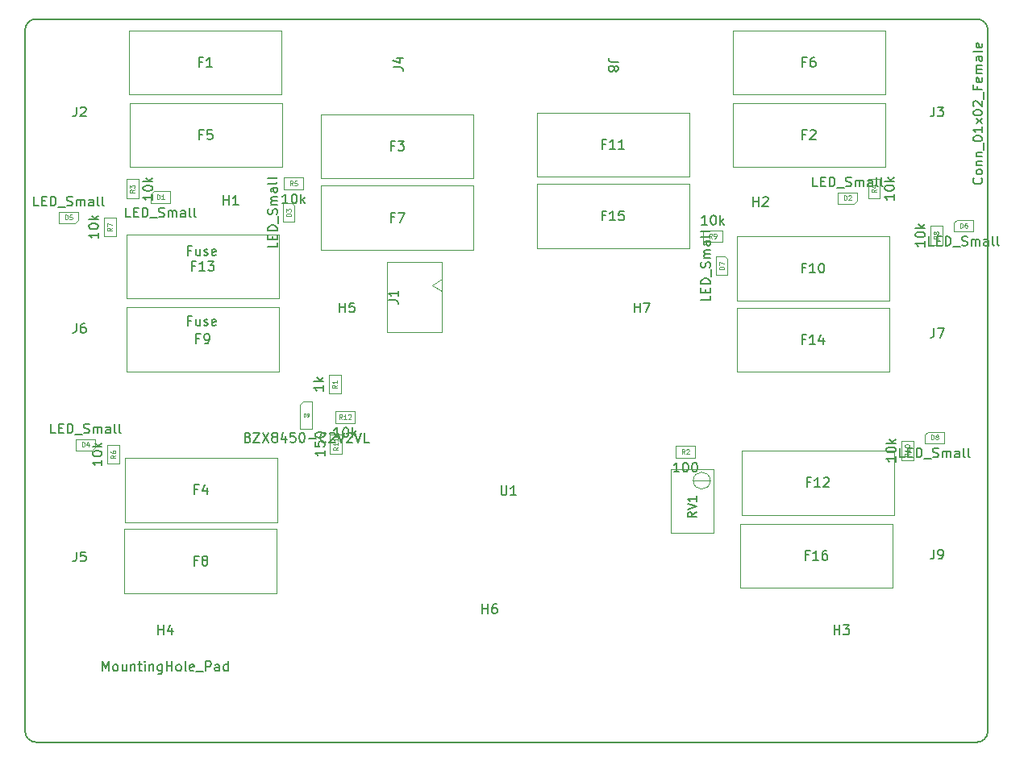
<source format=gbr>
G04 #@! TF.GenerationSoftware,KiCad,Pcbnew,6.0.1-79c1e3a40b~116~ubuntu21.10.1*
G04 #@! TF.CreationDate,2022-02-21T13:18:21-07:00*
G04 #@! TF.ProjectId,MinesRobotics_PDB,4d696e65-7352-46f6-926f-746963735f50,rev?*
G04 #@! TF.SameCoordinates,Original*
G04 #@! TF.FileFunction,AssemblyDrawing,Top*
%FSLAX46Y46*%
G04 Gerber Fmt 4.6, Leading zero omitted, Abs format (unit mm)*
G04 Created by KiCad (PCBNEW 6.0.1-79c1e3a40b~116~ubuntu21.10.1) date 2022-02-21 13:18:21*
%MOMM*%
%LPD*%
G01*
G04 APERTURE LIST*
G04 #@! TA.AperFunction,Profile*
%ADD10C,0.150000*%
G04 #@! TD*
%ADD11C,0.150000*%
%ADD12C,0.080000*%
%ADD13C,0.050000*%
%ADD14C,0.100000*%
G04 APERTURE END LIST*
D10*
X181229000Y-126746000D02*
G75*
G03*
X182372000Y-125603000I0J1143000D01*
G01*
X82423000Y-50800000D02*
G75*
G03*
X81280000Y-51943000I0J-1143000D01*
G01*
X181229000Y-50800000D02*
X82423000Y-50800000D01*
X82423000Y-126746000D02*
X181229000Y-126746000D01*
X81280000Y-51943000D02*
X81280000Y-125603000D01*
X182372000Y-51943000D02*
G75*
G03*
X181229000Y-50800000I-1143000J0D01*
G01*
X81280000Y-125603000D02*
G75*
G03*
X82423000Y-126746000I1143000J0D01*
G01*
X182372000Y-125603000D02*
X182372000Y-51943000D01*
D11*
X114279761Y-94702380D02*
X113708333Y-94702380D01*
X113994047Y-94702380D02*
X113994047Y-93702380D01*
X113898809Y-93845238D01*
X113803571Y-93940476D01*
X113708333Y-93988095D01*
X114898809Y-93702380D02*
X114994047Y-93702380D01*
X115089285Y-93750000D01*
X115136904Y-93797619D01*
X115184523Y-93892857D01*
X115232142Y-94083333D01*
X115232142Y-94321428D01*
X115184523Y-94511904D01*
X115136904Y-94607142D01*
X115089285Y-94654761D01*
X114994047Y-94702380D01*
X114898809Y-94702380D01*
X114803571Y-94654761D01*
X114755952Y-94607142D01*
X114708333Y-94511904D01*
X114660714Y-94321428D01*
X114660714Y-94083333D01*
X114708333Y-93892857D01*
X114755952Y-93797619D01*
X114803571Y-93750000D01*
X114898809Y-93702380D01*
X115660714Y-94702380D02*
X115660714Y-93702380D01*
X115755952Y-94321428D02*
X116041666Y-94702380D01*
X116041666Y-94035714D02*
X115660714Y-94416666D01*
D12*
X114553571Y-92826190D02*
X114386904Y-92588095D01*
X114267857Y-92826190D02*
X114267857Y-92326190D01*
X114458333Y-92326190D01*
X114505952Y-92350000D01*
X114529761Y-92373809D01*
X114553571Y-92421428D01*
X114553571Y-92492857D01*
X114529761Y-92540476D01*
X114505952Y-92564285D01*
X114458333Y-92588095D01*
X114267857Y-92588095D01*
X115029761Y-92826190D02*
X114744047Y-92826190D01*
X114886904Y-92826190D02*
X114886904Y-92326190D01*
X114839285Y-92397619D01*
X114791666Y-92445238D01*
X114744047Y-92469047D01*
X115220238Y-92373809D02*
X115244047Y-92350000D01*
X115291666Y-92326190D01*
X115410714Y-92326190D01*
X115458333Y-92350000D01*
X115482142Y-92373809D01*
X115505952Y-92421428D01*
X115505952Y-92469047D01*
X115482142Y-92540476D01*
X115196428Y-92826190D01*
X115505952Y-92826190D01*
D11*
X104680952Y-94728571D02*
X104823809Y-94776190D01*
X104871428Y-94823809D01*
X104919047Y-94919047D01*
X104919047Y-95061904D01*
X104871428Y-95157142D01*
X104823809Y-95204761D01*
X104728571Y-95252380D01*
X104347619Y-95252380D01*
X104347619Y-94252380D01*
X104680952Y-94252380D01*
X104776190Y-94300000D01*
X104823809Y-94347619D01*
X104871428Y-94442857D01*
X104871428Y-94538095D01*
X104823809Y-94633333D01*
X104776190Y-94680952D01*
X104680952Y-94728571D01*
X104347619Y-94728571D01*
X105252380Y-94252380D02*
X105919047Y-94252380D01*
X105252380Y-95252380D01*
X105919047Y-95252380D01*
X106204761Y-94252380D02*
X106871428Y-95252380D01*
X106871428Y-94252380D02*
X106204761Y-95252380D01*
X107395238Y-94680952D02*
X107300000Y-94633333D01*
X107252380Y-94585714D01*
X107204761Y-94490476D01*
X107204761Y-94442857D01*
X107252380Y-94347619D01*
X107300000Y-94300000D01*
X107395238Y-94252380D01*
X107585714Y-94252380D01*
X107680952Y-94300000D01*
X107728571Y-94347619D01*
X107776190Y-94442857D01*
X107776190Y-94490476D01*
X107728571Y-94585714D01*
X107680952Y-94633333D01*
X107585714Y-94680952D01*
X107395238Y-94680952D01*
X107300000Y-94728571D01*
X107252380Y-94776190D01*
X107204761Y-94871428D01*
X107204761Y-95061904D01*
X107252380Y-95157142D01*
X107300000Y-95204761D01*
X107395238Y-95252380D01*
X107585714Y-95252380D01*
X107680952Y-95204761D01*
X107728571Y-95157142D01*
X107776190Y-95061904D01*
X107776190Y-94871428D01*
X107728571Y-94776190D01*
X107680952Y-94728571D01*
X107585714Y-94680952D01*
X108633333Y-94585714D02*
X108633333Y-95252380D01*
X108395238Y-94204761D02*
X108157142Y-94919047D01*
X108776190Y-94919047D01*
X109633333Y-94252380D02*
X109157142Y-94252380D01*
X109109523Y-94728571D01*
X109157142Y-94680952D01*
X109252380Y-94633333D01*
X109490476Y-94633333D01*
X109585714Y-94680952D01*
X109633333Y-94728571D01*
X109680952Y-94823809D01*
X109680952Y-95061904D01*
X109633333Y-95157142D01*
X109585714Y-95204761D01*
X109490476Y-95252380D01*
X109252380Y-95252380D01*
X109157142Y-95204761D01*
X109109523Y-95157142D01*
X110300000Y-94252380D02*
X110395238Y-94252380D01*
X110490476Y-94300000D01*
X110538095Y-94347619D01*
X110585714Y-94442857D01*
X110633333Y-94633333D01*
X110633333Y-94871428D01*
X110585714Y-95061904D01*
X110538095Y-95157142D01*
X110490476Y-95204761D01*
X110395238Y-95252380D01*
X110300000Y-95252380D01*
X110204761Y-95204761D01*
X110157142Y-95157142D01*
X110109523Y-95061904D01*
X110061904Y-94871428D01*
X110061904Y-94633333D01*
X110109523Y-94442857D01*
X110157142Y-94347619D01*
X110204761Y-94300000D01*
X110300000Y-94252380D01*
X111061904Y-94871428D02*
X111823809Y-94871428D01*
X112871428Y-95157142D02*
X112823809Y-95204761D01*
X112680952Y-95252380D01*
X112585714Y-95252380D01*
X112442857Y-95204761D01*
X112347619Y-95109523D01*
X112300000Y-95014285D01*
X112252380Y-94823809D01*
X112252380Y-94680952D01*
X112300000Y-94490476D01*
X112347619Y-94395238D01*
X112442857Y-94300000D01*
X112585714Y-94252380D01*
X112680952Y-94252380D01*
X112823809Y-94300000D01*
X112871428Y-94347619D01*
X113252380Y-94347619D02*
X113300000Y-94300000D01*
X113395238Y-94252380D01*
X113633333Y-94252380D01*
X113728571Y-94300000D01*
X113776190Y-94347619D01*
X113823809Y-94442857D01*
X113823809Y-94538095D01*
X113776190Y-94680952D01*
X113204761Y-95252380D01*
X113823809Y-95252380D01*
X114109523Y-94252380D02*
X114442857Y-95252380D01*
X114776190Y-94252380D01*
X115061904Y-94347619D02*
X115109523Y-94300000D01*
X115204761Y-94252380D01*
X115442857Y-94252380D01*
X115538095Y-94300000D01*
X115585714Y-94347619D01*
X115633333Y-94442857D01*
X115633333Y-94538095D01*
X115585714Y-94680952D01*
X115014285Y-95252380D01*
X115633333Y-95252380D01*
X115919047Y-94252380D02*
X116252380Y-95252380D01*
X116585714Y-94252380D01*
X117395238Y-95252380D02*
X116919047Y-95252380D01*
X116919047Y-94252380D01*
D13*
X110563809Y-92544761D02*
X110563809Y-92224761D01*
X110640000Y-92224761D01*
X110685714Y-92240000D01*
X110716190Y-92270476D01*
X110731428Y-92300952D01*
X110746666Y-92361904D01*
X110746666Y-92407619D01*
X110731428Y-92468571D01*
X110716190Y-92499047D01*
X110685714Y-92529523D01*
X110640000Y-92544761D01*
X110563809Y-92544761D01*
X110899047Y-92544761D02*
X110960000Y-92544761D01*
X110990476Y-92529523D01*
X111005714Y-92514285D01*
X111036190Y-92468571D01*
X111051428Y-92407619D01*
X111051428Y-92285714D01*
X111036190Y-92255238D01*
X111020952Y-92240000D01*
X110990476Y-92224761D01*
X110929523Y-92224761D01*
X110899047Y-92240000D01*
X110883809Y-92255238D01*
X110868571Y-92285714D01*
X110868571Y-92361904D01*
X110883809Y-92392380D01*
X110899047Y-92407619D01*
X110929523Y-92422857D01*
X110990476Y-92422857D01*
X111020952Y-92407619D01*
X111036190Y-92392380D01*
X111051428Y-92361904D01*
D11*
X112727380Y-96091666D02*
X112727380Y-96663095D01*
X112727380Y-96377380D02*
X111727380Y-96377380D01*
X111870238Y-96472619D01*
X111965476Y-96567857D01*
X112013095Y-96663095D01*
X111727380Y-95186904D02*
X111727380Y-95663095D01*
X112203571Y-95710714D01*
X112155952Y-95663095D01*
X112108333Y-95567857D01*
X112108333Y-95329761D01*
X112155952Y-95234523D01*
X112203571Y-95186904D01*
X112298809Y-95139285D01*
X112536904Y-95139285D01*
X112632142Y-95186904D01*
X112679761Y-95234523D01*
X112727380Y-95329761D01*
X112727380Y-95567857D01*
X112679761Y-95663095D01*
X112632142Y-95710714D01*
X111727380Y-94520238D02*
X111727380Y-94425000D01*
X111775000Y-94329761D01*
X111822619Y-94282142D01*
X111917857Y-94234523D01*
X112108333Y-94186904D01*
X112346428Y-94186904D01*
X112536904Y-94234523D01*
X112632142Y-94282142D01*
X112679761Y-94329761D01*
X112727380Y-94425000D01*
X112727380Y-94520238D01*
X112679761Y-94615476D01*
X112632142Y-94663095D01*
X112536904Y-94710714D01*
X112346428Y-94758333D01*
X112108333Y-94758333D01*
X111917857Y-94710714D01*
X111822619Y-94663095D01*
X111775000Y-94615476D01*
X111727380Y-94520238D01*
D12*
X114151190Y-95746428D02*
X113913095Y-95913095D01*
X114151190Y-96032142D02*
X113651190Y-96032142D01*
X113651190Y-95841666D01*
X113675000Y-95794047D01*
X113698809Y-95770238D01*
X113746428Y-95746428D01*
X113817857Y-95746428D01*
X113865476Y-95770238D01*
X113889285Y-95794047D01*
X113913095Y-95841666D01*
X113913095Y-96032142D01*
X114151190Y-95270238D02*
X114151190Y-95555952D01*
X114151190Y-95413095D02*
X113651190Y-95413095D01*
X113722619Y-95460714D01*
X113770238Y-95508333D01*
X113794047Y-95555952D01*
X114151190Y-94794047D02*
X114151190Y-95079761D01*
X114151190Y-94936904D02*
X113651190Y-94936904D01*
X113722619Y-94984523D01*
X113770238Y-95032142D01*
X113794047Y-95079761D01*
D11*
X112602380Y-89269047D02*
X112602380Y-89840476D01*
X112602380Y-89554761D02*
X111602380Y-89554761D01*
X111745238Y-89650000D01*
X111840476Y-89745238D01*
X111888095Y-89840476D01*
X112602380Y-88840476D02*
X111602380Y-88840476D01*
X112221428Y-88745238D02*
X112602380Y-88459523D01*
X111935714Y-88459523D02*
X112316666Y-88840476D01*
D12*
X114026190Y-89233333D02*
X113788095Y-89400000D01*
X114026190Y-89519047D02*
X113526190Y-89519047D01*
X113526190Y-89328571D01*
X113550000Y-89280952D01*
X113573809Y-89257142D01*
X113621428Y-89233333D01*
X113692857Y-89233333D01*
X113740476Y-89257142D01*
X113764285Y-89280952D01*
X113788095Y-89328571D01*
X113788095Y-89519047D01*
X114026190Y-88757142D02*
X114026190Y-89042857D01*
X114026190Y-88900000D02*
X113526190Y-88900000D01*
X113597619Y-88947619D01*
X113645238Y-88995238D01*
X113669047Y-89042857D01*
D11*
X102108095Y-70302380D02*
X102108095Y-69302380D01*
X102108095Y-69778571D02*
X102679523Y-69778571D01*
X102679523Y-70302380D02*
X102679523Y-69302380D01*
X103679523Y-70302380D02*
X103108095Y-70302380D01*
X103393809Y-70302380D02*
X103393809Y-69302380D01*
X103298571Y-69445238D01*
X103203333Y-69540476D01*
X103108095Y-69588095D01*
X120011866Y-64088971D02*
X119678533Y-64088971D01*
X119678533Y-64612780D02*
X119678533Y-63612780D01*
X120154723Y-63612780D01*
X120440438Y-63612780D02*
X121059485Y-63612780D01*
X120726152Y-63993733D01*
X120869009Y-63993733D01*
X120964247Y-64041352D01*
X121011866Y-64088971D01*
X121059485Y-64184209D01*
X121059485Y-64422304D01*
X121011866Y-64517542D01*
X120964247Y-64565161D01*
X120869009Y-64612780D01*
X120583295Y-64612780D01*
X120488057Y-64565161D01*
X120440438Y-64517542D01*
X108878761Y-70174380D02*
X108307333Y-70174380D01*
X108593047Y-70174380D02*
X108593047Y-69174380D01*
X108497809Y-69317238D01*
X108402571Y-69412476D01*
X108307333Y-69460095D01*
X109497809Y-69174380D02*
X109593047Y-69174380D01*
X109688285Y-69222000D01*
X109735904Y-69269619D01*
X109783523Y-69364857D01*
X109831142Y-69555333D01*
X109831142Y-69793428D01*
X109783523Y-69983904D01*
X109735904Y-70079142D01*
X109688285Y-70126761D01*
X109593047Y-70174380D01*
X109497809Y-70174380D01*
X109402571Y-70126761D01*
X109354952Y-70079142D01*
X109307333Y-69983904D01*
X109259714Y-69793428D01*
X109259714Y-69555333D01*
X109307333Y-69364857D01*
X109354952Y-69269619D01*
X109402571Y-69222000D01*
X109497809Y-69174380D01*
X110259714Y-70174380D02*
X110259714Y-69174380D01*
X110354952Y-69793428D02*
X110640666Y-70174380D01*
X110640666Y-69507714D02*
X110259714Y-69888666D01*
D12*
X109390666Y-68298190D02*
X109224000Y-68060095D01*
X109104952Y-68298190D02*
X109104952Y-67798190D01*
X109295428Y-67798190D01*
X109343047Y-67822000D01*
X109366857Y-67845809D01*
X109390666Y-67893428D01*
X109390666Y-67964857D01*
X109366857Y-68012476D01*
X109343047Y-68036285D01*
X109295428Y-68060095D01*
X109104952Y-68060095D01*
X109843047Y-67798190D02*
X109604952Y-67798190D01*
X109581142Y-68036285D01*
X109604952Y-68012476D01*
X109652571Y-67988666D01*
X109771619Y-67988666D01*
X109819238Y-68012476D01*
X109843047Y-68036285D01*
X109866857Y-68083904D01*
X109866857Y-68202952D01*
X109843047Y-68250571D01*
X109819238Y-68274380D01*
X109771619Y-68298190D01*
X109652571Y-68298190D01*
X109604952Y-68274380D01*
X109581142Y-68250571D01*
D11*
X163242666Y-62920571D02*
X162909333Y-62920571D01*
X162909333Y-63444380D02*
X162909333Y-62444380D01*
X163385523Y-62444380D01*
X163718857Y-62539619D02*
X163766476Y-62492000D01*
X163861714Y-62444380D01*
X164099809Y-62444380D01*
X164195047Y-62492000D01*
X164242666Y-62539619D01*
X164290285Y-62634857D01*
X164290285Y-62730095D01*
X164242666Y-62872952D01*
X163671238Y-63444380D01*
X164290285Y-63444380D01*
X153234380Y-79850857D02*
X153234380Y-80327047D01*
X152234380Y-80327047D01*
X152710571Y-79517523D02*
X152710571Y-79184190D01*
X153234380Y-79041333D02*
X153234380Y-79517523D01*
X152234380Y-79517523D01*
X152234380Y-79041333D01*
X153234380Y-78612761D02*
X152234380Y-78612761D01*
X152234380Y-78374666D01*
X152282000Y-78231809D01*
X152377238Y-78136571D01*
X152472476Y-78088952D01*
X152662952Y-78041333D01*
X152805809Y-78041333D01*
X152996285Y-78088952D01*
X153091523Y-78136571D01*
X153186761Y-78231809D01*
X153234380Y-78374666D01*
X153234380Y-78612761D01*
X153329619Y-77850857D02*
X153329619Y-77088952D01*
X153186761Y-76898476D02*
X153234380Y-76755619D01*
X153234380Y-76517523D01*
X153186761Y-76422285D01*
X153139142Y-76374666D01*
X153043904Y-76327047D01*
X152948666Y-76327047D01*
X152853428Y-76374666D01*
X152805809Y-76422285D01*
X152758190Y-76517523D01*
X152710571Y-76708000D01*
X152662952Y-76803238D01*
X152615333Y-76850857D01*
X152520095Y-76898476D01*
X152424857Y-76898476D01*
X152329619Y-76850857D01*
X152282000Y-76803238D01*
X152234380Y-76708000D01*
X152234380Y-76469904D01*
X152282000Y-76327047D01*
X153234380Y-75898476D02*
X152567714Y-75898476D01*
X152662952Y-75898476D02*
X152615333Y-75850857D01*
X152567714Y-75755619D01*
X152567714Y-75612761D01*
X152615333Y-75517523D01*
X152710571Y-75469904D01*
X153234380Y-75469904D01*
X152710571Y-75469904D02*
X152615333Y-75422285D01*
X152567714Y-75327047D01*
X152567714Y-75184190D01*
X152615333Y-75088952D01*
X152710571Y-75041333D01*
X153234380Y-75041333D01*
X153234380Y-74136571D02*
X152710571Y-74136571D01*
X152615333Y-74184190D01*
X152567714Y-74279428D01*
X152567714Y-74469904D01*
X152615333Y-74565142D01*
X153186761Y-74136571D02*
X153234380Y-74231809D01*
X153234380Y-74469904D01*
X153186761Y-74565142D01*
X153091523Y-74612761D01*
X152996285Y-74612761D01*
X152901047Y-74565142D01*
X152853428Y-74469904D01*
X152853428Y-74231809D01*
X152805809Y-74136571D01*
X153234380Y-73517523D02*
X153186761Y-73612761D01*
X153091523Y-73660380D01*
X152234380Y-73660380D01*
X153234380Y-72993714D02*
X153186761Y-73088952D01*
X153091523Y-73136571D01*
X152234380Y-73136571D01*
D12*
X154658190Y-77077047D02*
X154158190Y-77077047D01*
X154158190Y-76958000D01*
X154182000Y-76886571D01*
X154229619Y-76838952D01*
X154277238Y-76815142D01*
X154372476Y-76791333D01*
X154443904Y-76791333D01*
X154539142Y-76815142D01*
X154586761Y-76838952D01*
X154634380Y-76886571D01*
X154658190Y-76958000D01*
X154658190Y-77077047D01*
X154158190Y-76624666D02*
X154158190Y-76291333D01*
X154658190Y-76505619D01*
D11*
X163190476Y-84428571D02*
X162857142Y-84428571D01*
X162857142Y-84952380D02*
X162857142Y-83952380D01*
X163333333Y-83952380D01*
X164238095Y-84952380D02*
X163666666Y-84952380D01*
X163952380Y-84952380D02*
X163952380Y-83952380D01*
X163857142Y-84095238D01*
X163761904Y-84190476D01*
X163666666Y-84238095D01*
X165095238Y-84285714D02*
X165095238Y-84952380D01*
X164857142Y-83904761D02*
X164619047Y-84619047D01*
X165238095Y-84619047D01*
X86661666Y-106767380D02*
X86661666Y-107481666D01*
X86614047Y-107624523D01*
X86518809Y-107719761D01*
X86375952Y-107767380D01*
X86280714Y-107767380D01*
X87614047Y-106767380D02*
X87137857Y-106767380D01*
X87090238Y-107243571D01*
X87137857Y-107195952D01*
X87233095Y-107148333D01*
X87471190Y-107148333D01*
X87566428Y-107195952D01*
X87614047Y-107243571D01*
X87661666Y-107338809D01*
X87661666Y-107576904D01*
X87614047Y-107672142D01*
X87566428Y-107719761D01*
X87471190Y-107767380D01*
X87233095Y-107767380D01*
X87137857Y-107719761D01*
X87090238Y-107672142D01*
X107768380Y-74262857D02*
X107768380Y-74739047D01*
X106768380Y-74739047D01*
X107244571Y-73929523D02*
X107244571Y-73596190D01*
X107768380Y-73453333D02*
X107768380Y-73929523D01*
X106768380Y-73929523D01*
X106768380Y-73453333D01*
X107768380Y-73024761D02*
X106768380Y-73024761D01*
X106768380Y-72786666D01*
X106816000Y-72643809D01*
X106911238Y-72548571D01*
X107006476Y-72500952D01*
X107196952Y-72453333D01*
X107339809Y-72453333D01*
X107530285Y-72500952D01*
X107625523Y-72548571D01*
X107720761Y-72643809D01*
X107768380Y-72786666D01*
X107768380Y-73024761D01*
X107863619Y-72262857D02*
X107863619Y-71500952D01*
X107720761Y-71310476D02*
X107768380Y-71167619D01*
X107768380Y-70929523D01*
X107720761Y-70834285D01*
X107673142Y-70786666D01*
X107577904Y-70739047D01*
X107482666Y-70739047D01*
X107387428Y-70786666D01*
X107339809Y-70834285D01*
X107292190Y-70929523D01*
X107244571Y-71120000D01*
X107196952Y-71215238D01*
X107149333Y-71262857D01*
X107054095Y-71310476D01*
X106958857Y-71310476D01*
X106863619Y-71262857D01*
X106816000Y-71215238D01*
X106768380Y-71120000D01*
X106768380Y-70881904D01*
X106816000Y-70739047D01*
X107768380Y-70310476D02*
X107101714Y-70310476D01*
X107196952Y-70310476D02*
X107149333Y-70262857D01*
X107101714Y-70167619D01*
X107101714Y-70024761D01*
X107149333Y-69929523D01*
X107244571Y-69881904D01*
X107768380Y-69881904D01*
X107244571Y-69881904D02*
X107149333Y-69834285D01*
X107101714Y-69739047D01*
X107101714Y-69596190D01*
X107149333Y-69500952D01*
X107244571Y-69453333D01*
X107768380Y-69453333D01*
X107768380Y-68548571D02*
X107244571Y-68548571D01*
X107149333Y-68596190D01*
X107101714Y-68691428D01*
X107101714Y-68881904D01*
X107149333Y-68977142D01*
X107720761Y-68548571D02*
X107768380Y-68643809D01*
X107768380Y-68881904D01*
X107720761Y-68977142D01*
X107625523Y-69024761D01*
X107530285Y-69024761D01*
X107435047Y-68977142D01*
X107387428Y-68881904D01*
X107387428Y-68643809D01*
X107339809Y-68548571D01*
X107768380Y-67929523D02*
X107720761Y-68024761D01*
X107625523Y-68072380D01*
X106768380Y-68072380D01*
X107768380Y-67405714D02*
X107720761Y-67500952D01*
X107625523Y-67548571D01*
X106768380Y-67548571D01*
D12*
X109192190Y-71489047D02*
X108692190Y-71489047D01*
X108692190Y-71370000D01*
X108716000Y-71298571D01*
X108763619Y-71250952D01*
X108811238Y-71227142D01*
X108906476Y-71203333D01*
X108977904Y-71203333D01*
X109073142Y-71227142D01*
X109120761Y-71250952D01*
X109168380Y-71298571D01*
X109192190Y-71370000D01*
X109192190Y-71489047D01*
X108692190Y-71036666D02*
X108692190Y-70727142D01*
X108882666Y-70893809D01*
X108882666Y-70822380D01*
X108906476Y-70774761D01*
X108930285Y-70750952D01*
X108977904Y-70727142D01*
X109096952Y-70727142D01*
X109144571Y-70750952D01*
X109168380Y-70774761D01*
X109192190Y-70822380D01*
X109192190Y-70965238D01*
X109168380Y-71012857D01*
X109144571Y-71036666D01*
D11*
X143549619Y-55292666D02*
X142835333Y-55292666D01*
X142692476Y-55245047D01*
X142597238Y-55149809D01*
X142549619Y-55006952D01*
X142549619Y-54911714D01*
X143121047Y-55911714D02*
X143168666Y-55816476D01*
X143216285Y-55768857D01*
X143311523Y-55721238D01*
X143359142Y-55721238D01*
X143454380Y-55768857D01*
X143502000Y-55816476D01*
X143549619Y-55911714D01*
X143549619Y-56102190D01*
X143502000Y-56197428D01*
X143454380Y-56245047D01*
X143359142Y-56292666D01*
X143311523Y-56292666D01*
X143216285Y-56245047D01*
X143168666Y-56197428D01*
X143121047Y-56102190D01*
X143121047Y-55911714D01*
X143073428Y-55816476D01*
X143025809Y-55768857D01*
X142930571Y-55721238D01*
X142740095Y-55721238D01*
X142644857Y-55768857D01*
X142597238Y-55816476D01*
X142549619Y-55911714D01*
X142549619Y-56102190D01*
X142597238Y-56197428D01*
X142644857Y-56245047D01*
X142740095Y-56292666D01*
X142930571Y-56292666D01*
X143025809Y-56245047D01*
X143073428Y-56197428D01*
X143121047Y-56102190D01*
X163553876Y-107091171D02*
X163220542Y-107091171D01*
X163220542Y-107614980D02*
X163220542Y-106614980D01*
X163696733Y-106614980D01*
X164601495Y-107614980D02*
X164030066Y-107614980D01*
X164315780Y-107614980D02*
X164315780Y-106614980D01*
X164220542Y-106757838D01*
X164125304Y-106853076D01*
X164030066Y-106900695D01*
X165458638Y-106614980D02*
X165268161Y-106614980D01*
X165172923Y-106662600D01*
X165125304Y-106710219D01*
X165030066Y-106853076D01*
X164982447Y-107043552D01*
X164982447Y-107424504D01*
X165030066Y-107519742D01*
X165077685Y-107567361D01*
X165172923Y-107614980D01*
X165363400Y-107614980D01*
X165458638Y-107567361D01*
X165506257Y-107519742D01*
X165553876Y-107424504D01*
X165553876Y-107186409D01*
X165506257Y-107091171D01*
X165458638Y-107043552D01*
X165363400Y-106995933D01*
X165172923Y-106995933D01*
X165077685Y-107043552D01*
X165030066Y-107091171D01*
X164982447Y-107186409D01*
X164497142Y-68398380D02*
X164020952Y-68398380D01*
X164020952Y-67398380D01*
X164830476Y-67874571D02*
X165163809Y-67874571D01*
X165306666Y-68398380D02*
X164830476Y-68398380D01*
X164830476Y-67398380D01*
X165306666Y-67398380D01*
X165735238Y-68398380D02*
X165735238Y-67398380D01*
X165973333Y-67398380D01*
X166116190Y-67446000D01*
X166211428Y-67541238D01*
X166259047Y-67636476D01*
X166306666Y-67826952D01*
X166306666Y-67969809D01*
X166259047Y-68160285D01*
X166211428Y-68255523D01*
X166116190Y-68350761D01*
X165973333Y-68398380D01*
X165735238Y-68398380D01*
X166497142Y-68493619D02*
X167259047Y-68493619D01*
X167449523Y-68350761D02*
X167592380Y-68398380D01*
X167830476Y-68398380D01*
X167925714Y-68350761D01*
X167973333Y-68303142D01*
X168020952Y-68207904D01*
X168020952Y-68112666D01*
X167973333Y-68017428D01*
X167925714Y-67969809D01*
X167830476Y-67922190D01*
X167640000Y-67874571D01*
X167544761Y-67826952D01*
X167497142Y-67779333D01*
X167449523Y-67684095D01*
X167449523Y-67588857D01*
X167497142Y-67493619D01*
X167544761Y-67446000D01*
X167640000Y-67398380D01*
X167878095Y-67398380D01*
X168020952Y-67446000D01*
X168449523Y-68398380D02*
X168449523Y-67731714D01*
X168449523Y-67826952D02*
X168497142Y-67779333D01*
X168592380Y-67731714D01*
X168735238Y-67731714D01*
X168830476Y-67779333D01*
X168878095Y-67874571D01*
X168878095Y-68398380D01*
X168878095Y-67874571D02*
X168925714Y-67779333D01*
X169020952Y-67731714D01*
X169163809Y-67731714D01*
X169259047Y-67779333D01*
X169306666Y-67874571D01*
X169306666Y-68398380D01*
X170211428Y-68398380D02*
X170211428Y-67874571D01*
X170163809Y-67779333D01*
X170068571Y-67731714D01*
X169878095Y-67731714D01*
X169782857Y-67779333D01*
X170211428Y-68350761D02*
X170116190Y-68398380D01*
X169878095Y-68398380D01*
X169782857Y-68350761D01*
X169735238Y-68255523D01*
X169735238Y-68160285D01*
X169782857Y-68065047D01*
X169878095Y-68017428D01*
X170116190Y-68017428D01*
X170211428Y-67969809D01*
X170830476Y-68398380D02*
X170735238Y-68350761D01*
X170687619Y-68255523D01*
X170687619Y-67398380D01*
X171354285Y-68398380D02*
X171259047Y-68350761D01*
X171211428Y-68255523D01*
X171211428Y-67398380D01*
D12*
X167270952Y-69822190D02*
X167270952Y-69322190D01*
X167390000Y-69322190D01*
X167461428Y-69346000D01*
X167509047Y-69393619D01*
X167532857Y-69441238D01*
X167556666Y-69536476D01*
X167556666Y-69607904D01*
X167532857Y-69703142D01*
X167509047Y-69750761D01*
X167461428Y-69798380D01*
X167390000Y-69822190D01*
X167270952Y-69822190D01*
X167747142Y-69369809D02*
X167770952Y-69346000D01*
X167818571Y-69322190D01*
X167937619Y-69322190D01*
X167985238Y-69346000D01*
X168009047Y-69369809D01*
X168032857Y-69417428D01*
X168032857Y-69465047D01*
X168009047Y-69536476D01*
X167723333Y-69822190D01*
X168032857Y-69822190D01*
D11*
X86661666Y-60031380D02*
X86661666Y-60745666D01*
X86614047Y-60888523D01*
X86518809Y-60983761D01*
X86375952Y-61031380D01*
X86280714Y-61031380D01*
X87090238Y-60126619D02*
X87137857Y-60079000D01*
X87233095Y-60031380D01*
X87471190Y-60031380D01*
X87566428Y-60079000D01*
X87614047Y-60126619D01*
X87661666Y-60221857D01*
X87661666Y-60317095D01*
X87614047Y-60459952D01*
X87042619Y-61031380D01*
X87661666Y-61031380D01*
X163706276Y-99420371D02*
X163372942Y-99420371D01*
X163372942Y-99944180D02*
X163372942Y-98944180D01*
X163849133Y-98944180D01*
X164753895Y-99944180D02*
X164182466Y-99944180D01*
X164468180Y-99944180D02*
X164468180Y-98944180D01*
X164372942Y-99087038D01*
X164277704Y-99182276D01*
X164182466Y-99229895D01*
X165134847Y-99039419D02*
X165182466Y-98991800D01*
X165277704Y-98944180D01*
X165515800Y-98944180D01*
X165611038Y-98991800D01*
X165658657Y-99039419D01*
X165706276Y-99134657D01*
X165706276Y-99229895D01*
X165658657Y-99372752D01*
X165087228Y-99944180D01*
X165706276Y-99944180D01*
X175762380Y-74111238D02*
X175762380Y-74682666D01*
X175762380Y-74396952D02*
X174762380Y-74396952D01*
X174905238Y-74492190D01*
X175000476Y-74587428D01*
X175048095Y-74682666D01*
X174762380Y-73492190D02*
X174762380Y-73396952D01*
X174810000Y-73301714D01*
X174857619Y-73254095D01*
X174952857Y-73206476D01*
X175143333Y-73158857D01*
X175381428Y-73158857D01*
X175571904Y-73206476D01*
X175667142Y-73254095D01*
X175714761Y-73301714D01*
X175762380Y-73396952D01*
X175762380Y-73492190D01*
X175714761Y-73587428D01*
X175667142Y-73635047D01*
X175571904Y-73682666D01*
X175381428Y-73730285D01*
X175143333Y-73730285D01*
X174952857Y-73682666D01*
X174857619Y-73635047D01*
X174810000Y-73587428D01*
X174762380Y-73492190D01*
X175762380Y-72730285D02*
X174762380Y-72730285D01*
X175381428Y-72635047D02*
X175762380Y-72349333D01*
X175095714Y-72349333D02*
X175476666Y-72730285D01*
D12*
X177186190Y-73599333D02*
X176948095Y-73766000D01*
X177186190Y-73885047D02*
X176686190Y-73885047D01*
X176686190Y-73694571D01*
X176710000Y-73646952D01*
X176733809Y-73623142D01*
X176781428Y-73599333D01*
X176852857Y-73599333D01*
X176900476Y-73623142D01*
X176924285Y-73646952D01*
X176948095Y-73694571D01*
X176948095Y-73885047D01*
X176900476Y-73313619D02*
X176876666Y-73361238D01*
X176852857Y-73385047D01*
X176805238Y-73408857D01*
X176781428Y-73408857D01*
X176733809Y-73385047D01*
X176710000Y-73361238D01*
X176686190Y-73313619D01*
X176686190Y-73218380D01*
X176710000Y-73170761D01*
X176733809Y-73146952D01*
X176781428Y-73123142D01*
X176805238Y-73123142D01*
X176852857Y-73146952D01*
X176876666Y-73170761D01*
X176900476Y-73218380D01*
X176900476Y-73313619D01*
X176924285Y-73361238D01*
X176948095Y-73385047D01*
X176995714Y-73408857D01*
X177090952Y-73408857D01*
X177138571Y-73385047D01*
X177162380Y-73361238D01*
X177186190Y-73313619D01*
X177186190Y-73218380D01*
X177162380Y-73170761D01*
X177138571Y-73146952D01*
X177090952Y-73123142D01*
X176995714Y-73123142D01*
X176948095Y-73146952D01*
X176924285Y-73170761D01*
X176900476Y-73218380D01*
D11*
X84487142Y-94302380D02*
X84010952Y-94302380D01*
X84010952Y-93302380D01*
X84820476Y-93778571D02*
X85153809Y-93778571D01*
X85296666Y-94302380D02*
X84820476Y-94302380D01*
X84820476Y-93302380D01*
X85296666Y-93302380D01*
X85725238Y-94302380D02*
X85725238Y-93302380D01*
X85963333Y-93302380D01*
X86106190Y-93350000D01*
X86201428Y-93445238D01*
X86249047Y-93540476D01*
X86296666Y-93730952D01*
X86296666Y-93873809D01*
X86249047Y-94064285D01*
X86201428Y-94159523D01*
X86106190Y-94254761D01*
X85963333Y-94302380D01*
X85725238Y-94302380D01*
X86487142Y-94397619D02*
X87249047Y-94397619D01*
X87439523Y-94254761D02*
X87582380Y-94302380D01*
X87820476Y-94302380D01*
X87915714Y-94254761D01*
X87963333Y-94207142D01*
X88010952Y-94111904D01*
X88010952Y-94016666D01*
X87963333Y-93921428D01*
X87915714Y-93873809D01*
X87820476Y-93826190D01*
X87630000Y-93778571D01*
X87534761Y-93730952D01*
X87487142Y-93683333D01*
X87439523Y-93588095D01*
X87439523Y-93492857D01*
X87487142Y-93397619D01*
X87534761Y-93350000D01*
X87630000Y-93302380D01*
X87868095Y-93302380D01*
X88010952Y-93350000D01*
X88439523Y-94302380D02*
X88439523Y-93635714D01*
X88439523Y-93730952D02*
X88487142Y-93683333D01*
X88582380Y-93635714D01*
X88725238Y-93635714D01*
X88820476Y-93683333D01*
X88868095Y-93778571D01*
X88868095Y-94302380D01*
X88868095Y-93778571D02*
X88915714Y-93683333D01*
X89010952Y-93635714D01*
X89153809Y-93635714D01*
X89249047Y-93683333D01*
X89296666Y-93778571D01*
X89296666Y-94302380D01*
X90201428Y-94302380D02*
X90201428Y-93778571D01*
X90153809Y-93683333D01*
X90058571Y-93635714D01*
X89868095Y-93635714D01*
X89772857Y-93683333D01*
X90201428Y-94254761D02*
X90106190Y-94302380D01*
X89868095Y-94302380D01*
X89772857Y-94254761D01*
X89725238Y-94159523D01*
X89725238Y-94064285D01*
X89772857Y-93969047D01*
X89868095Y-93921428D01*
X90106190Y-93921428D01*
X90201428Y-93873809D01*
X90820476Y-94302380D02*
X90725238Y-94254761D01*
X90677619Y-94159523D01*
X90677619Y-93302380D01*
X91344285Y-94302380D02*
X91249047Y-94254761D01*
X91201428Y-94159523D01*
X91201428Y-93302380D01*
D12*
X87260952Y-95726190D02*
X87260952Y-95226190D01*
X87380000Y-95226190D01*
X87451428Y-95250000D01*
X87499047Y-95297619D01*
X87522857Y-95345238D01*
X87546666Y-95440476D01*
X87546666Y-95511904D01*
X87522857Y-95607142D01*
X87499047Y-95654761D01*
X87451428Y-95702380D01*
X87380000Y-95726190D01*
X87260952Y-95726190D01*
X87975238Y-95392857D02*
X87975238Y-95726190D01*
X87856190Y-95202380D02*
X87737142Y-95559523D01*
X88046666Y-95559523D01*
D11*
X157738095Y-70452380D02*
X157738095Y-69452380D01*
X157738095Y-69928571D02*
X158309523Y-69928571D01*
X158309523Y-70452380D02*
X158309523Y-69452380D01*
X158738095Y-69547619D02*
X158785714Y-69500000D01*
X158880952Y-69452380D01*
X159119047Y-69452380D01*
X159214285Y-69500000D01*
X159261904Y-69547619D01*
X159309523Y-69642857D01*
X159309523Y-69738095D01*
X159261904Y-69880952D01*
X158690476Y-70452380D01*
X159309523Y-70452380D01*
X176704666Y-83272380D02*
X176704666Y-83986666D01*
X176657047Y-84129523D01*
X176561809Y-84224761D01*
X176418952Y-84272380D01*
X176323714Y-84272380D01*
X177085619Y-83272380D02*
X177752285Y-83272380D01*
X177323714Y-84272380D01*
X173641142Y-96844380D02*
X173164952Y-96844380D01*
X173164952Y-95844380D01*
X173974476Y-96320571D02*
X174307809Y-96320571D01*
X174450666Y-96844380D02*
X173974476Y-96844380D01*
X173974476Y-95844380D01*
X174450666Y-95844380D01*
X174879238Y-96844380D02*
X174879238Y-95844380D01*
X175117333Y-95844380D01*
X175260190Y-95892000D01*
X175355428Y-95987238D01*
X175403047Y-96082476D01*
X175450666Y-96272952D01*
X175450666Y-96415809D01*
X175403047Y-96606285D01*
X175355428Y-96701523D01*
X175260190Y-96796761D01*
X175117333Y-96844380D01*
X174879238Y-96844380D01*
X175641142Y-96939619D02*
X176403047Y-96939619D01*
X176593523Y-96796761D02*
X176736380Y-96844380D01*
X176974476Y-96844380D01*
X177069714Y-96796761D01*
X177117333Y-96749142D01*
X177164952Y-96653904D01*
X177164952Y-96558666D01*
X177117333Y-96463428D01*
X177069714Y-96415809D01*
X176974476Y-96368190D01*
X176784000Y-96320571D01*
X176688761Y-96272952D01*
X176641142Y-96225333D01*
X176593523Y-96130095D01*
X176593523Y-96034857D01*
X176641142Y-95939619D01*
X176688761Y-95892000D01*
X176784000Y-95844380D01*
X177022095Y-95844380D01*
X177164952Y-95892000D01*
X177593523Y-96844380D02*
X177593523Y-96177714D01*
X177593523Y-96272952D02*
X177641142Y-96225333D01*
X177736380Y-96177714D01*
X177879238Y-96177714D01*
X177974476Y-96225333D01*
X178022095Y-96320571D01*
X178022095Y-96844380D01*
X178022095Y-96320571D02*
X178069714Y-96225333D01*
X178164952Y-96177714D01*
X178307809Y-96177714D01*
X178403047Y-96225333D01*
X178450666Y-96320571D01*
X178450666Y-96844380D01*
X179355428Y-96844380D02*
X179355428Y-96320571D01*
X179307809Y-96225333D01*
X179212571Y-96177714D01*
X179022095Y-96177714D01*
X178926857Y-96225333D01*
X179355428Y-96796761D02*
X179260190Y-96844380D01*
X179022095Y-96844380D01*
X178926857Y-96796761D01*
X178879238Y-96701523D01*
X178879238Y-96606285D01*
X178926857Y-96511047D01*
X179022095Y-96463428D01*
X179260190Y-96463428D01*
X179355428Y-96415809D01*
X179974476Y-96844380D02*
X179879238Y-96796761D01*
X179831619Y-96701523D01*
X179831619Y-95844380D01*
X180498285Y-96844380D02*
X180403047Y-96796761D01*
X180355428Y-96701523D01*
X180355428Y-95844380D01*
D12*
X176414952Y-94968190D02*
X176414952Y-94468190D01*
X176534000Y-94468190D01*
X176605428Y-94492000D01*
X176653047Y-94539619D01*
X176676857Y-94587238D01*
X176700666Y-94682476D01*
X176700666Y-94753904D01*
X176676857Y-94849142D01*
X176653047Y-94896761D01*
X176605428Y-94944380D01*
X176534000Y-94968190D01*
X176414952Y-94968190D01*
X176986380Y-94682476D02*
X176938761Y-94658666D01*
X176914952Y-94634857D01*
X176891142Y-94587238D01*
X176891142Y-94563428D01*
X176914952Y-94515809D01*
X176938761Y-94492000D01*
X176986380Y-94468190D01*
X177081619Y-94468190D01*
X177129238Y-94492000D01*
X177153047Y-94515809D01*
X177176857Y-94563428D01*
X177176857Y-94587238D01*
X177153047Y-94634857D01*
X177129238Y-94658666D01*
X177081619Y-94682476D01*
X176986380Y-94682476D01*
X176938761Y-94706285D01*
X176914952Y-94730095D01*
X176891142Y-94777714D01*
X176891142Y-94872952D01*
X176914952Y-94920571D01*
X176938761Y-94944380D01*
X176986380Y-94968190D01*
X177081619Y-94968190D01*
X177129238Y-94944380D01*
X177153047Y-94920571D01*
X177176857Y-94872952D01*
X177176857Y-94777714D01*
X177153047Y-94730095D01*
X177129238Y-94706285D01*
X177081619Y-94682476D01*
D11*
X119952380Y-55833333D02*
X120666666Y-55833333D01*
X120809523Y-55880952D01*
X120904761Y-55976190D01*
X120952380Y-56119047D01*
X120952380Y-56214285D01*
X120285714Y-54928571D02*
X120952380Y-54928571D01*
X119904761Y-55166666D02*
X120619047Y-55404761D01*
X120619047Y-54785714D01*
X94663980Y-69231638D02*
X94663980Y-69803066D01*
X94663980Y-69517352D02*
X93663980Y-69517352D01*
X93806838Y-69612590D01*
X93902076Y-69707828D01*
X93949695Y-69803066D01*
X93663980Y-68612590D02*
X93663980Y-68517352D01*
X93711600Y-68422114D01*
X93759219Y-68374495D01*
X93854457Y-68326876D01*
X94044933Y-68279257D01*
X94283028Y-68279257D01*
X94473504Y-68326876D01*
X94568742Y-68374495D01*
X94616361Y-68422114D01*
X94663980Y-68517352D01*
X94663980Y-68612590D01*
X94616361Y-68707828D01*
X94568742Y-68755447D01*
X94473504Y-68803066D01*
X94283028Y-68850685D01*
X94044933Y-68850685D01*
X93854457Y-68803066D01*
X93759219Y-68755447D01*
X93711600Y-68707828D01*
X93663980Y-68612590D01*
X94663980Y-67850685D02*
X93663980Y-67850685D01*
X94283028Y-67755447D02*
X94663980Y-67469733D01*
X93997314Y-67469733D02*
X94378266Y-67850685D01*
D12*
X92787790Y-68719733D02*
X92549695Y-68886400D01*
X92787790Y-69005447D02*
X92287790Y-69005447D01*
X92287790Y-68814971D01*
X92311600Y-68767352D01*
X92335409Y-68743542D01*
X92383028Y-68719733D01*
X92454457Y-68719733D01*
X92502076Y-68743542D01*
X92525885Y-68767352D01*
X92549695Y-68814971D01*
X92549695Y-69005447D01*
X92287790Y-68553066D02*
X92287790Y-68243542D01*
X92478266Y-68410209D01*
X92478266Y-68338780D01*
X92502076Y-68291161D01*
X92525885Y-68267352D01*
X92573504Y-68243542D01*
X92692552Y-68243542D01*
X92740171Y-68267352D01*
X92763980Y-68291161D01*
X92787790Y-68338780D01*
X92787790Y-68481638D01*
X92763980Y-68529257D01*
X92740171Y-68553066D01*
D11*
X120011866Y-71607371D02*
X119678533Y-71607371D01*
X119678533Y-72131180D02*
X119678533Y-71131180D01*
X120154723Y-71131180D01*
X120440438Y-71131180D02*
X121107104Y-71131180D01*
X120678533Y-72131180D01*
X152888761Y-72414780D02*
X152317333Y-72414780D01*
X152603047Y-72414780D02*
X152603047Y-71414780D01*
X152507809Y-71557638D01*
X152412571Y-71652876D01*
X152317333Y-71700495D01*
X153507809Y-71414780D02*
X153603047Y-71414780D01*
X153698285Y-71462400D01*
X153745904Y-71510019D01*
X153793523Y-71605257D01*
X153841142Y-71795733D01*
X153841142Y-72033828D01*
X153793523Y-72224304D01*
X153745904Y-72319542D01*
X153698285Y-72367161D01*
X153603047Y-72414780D01*
X153507809Y-72414780D01*
X153412571Y-72367161D01*
X153364952Y-72319542D01*
X153317333Y-72224304D01*
X153269714Y-72033828D01*
X153269714Y-71795733D01*
X153317333Y-71605257D01*
X153364952Y-71510019D01*
X153412571Y-71462400D01*
X153507809Y-71414780D01*
X154269714Y-72414780D02*
X154269714Y-71414780D01*
X154364952Y-72033828D02*
X154650666Y-72414780D01*
X154650666Y-71748114D02*
X154269714Y-72129066D01*
D12*
X153400666Y-73838590D02*
X153234000Y-73600495D01*
X153114952Y-73838590D02*
X153114952Y-73338590D01*
X153305428Y-73338590D01*
X153353047Y-73362400D01*
X153376857Y-73386209D01*
X153400666Y-73433828D01*
X153400666Y-73505257D01*
X153376857Y-73552876D01*
X153353047Y-73576685D01*
X153305428Y-73600495D01*
X153114952Y-73600495D01*
X153638761Y-73838590D02*
X153734000Y-73838590D01*
X153781619Y-73814780D01*
X153805428Y-73790971D01*
X153853047Y-73719542D01*
X153876857Y-73624304D01*
X153876857Y-73433828D01*
X153853047Y-73386209D01*
X153829238Y-73362400D01*
X153781619Y-73338590D01*
X153686380Y-73338590D01*
X153638761Y-73362400D01*
X153614952Y-73386209D01*
X153591142Y-73433828D01*
X153591142Y-73552876D01*
X153614952Y-73600495D01*
X153638761Y-73624304D01*
X153686380Y-73648114D01*
X153781619Y-73648114D01*
X153829238Y-73624304D01*
X153853047Y-73600495D01*
X153876857Y-73552876D01*
D11*
X142190476Y-63928571D02*
X141857142Y-63928571D01*
X141857142Y-64452380D02*
X141857142Y-63452380D01*
X142333333Y-63452380D01*
X143238095Y-64452380D02*
X142666666Y-64452380D01*
X142952380Y-64452380D02*
X142952380Y-63452380D01*
X142857142Y-63595238D01*
X142761904Y-63690476D01*
X142666666Y-63738095D01*
X144190476Y-64452380D02*
X143619047Y-64452380D01*
X143904761Y-64452380D02*
X143904761Y-63452380D01*
X143809523Y-63595238D01*
X143714285Y-63690476D01*
X143619047Y-63738095D01*
X92361142Y-71602380D02*
X91884952Y-71602380D01*
X91884952Y-70602380D01*
X92694476Y-71078571D02*
X93027809Y-71078571D01*
X93170666Y-71602380D02*
X92694476Y-71602380D01*
X92694476Y-70602380D01*
X93170666Y-70602380D01*
X93599238Y-71602380D02*
X93599238Y-70602380D01*
X93837333Y-70602380D01*
X93980190Y-70650000D01*
X94075428Y-70745238D01*
X94123047Y-70840476D01*
X94170666Y-71030952D01*
X94170666Y-71173809D01*
X94123047Y-71364285D01*
X94075428Y-71459523D01*
X93980190Y-71554761D01*
X93837333Y-71602380D01*
X93599238Y-71602380D01*
X94361142Y-71697619D02*
X95123047Y-71697619D01*
X95313523Y-71554761D02*
X95456380Y-71602380D01*
X95694476Y-71602380D01*
X95789714Y-71554761D01*
X95837333Y-71507142D01*
X95884952Y-71411904D01*
X95884952Y-71316666D01*
X95837333Y-71221428D01*
X95789714Y-71173809D01*
X95694476Y-71126190D01*
X95504000Y-71078571D01*
X95408761Y-71030952D01*
X95361142Y-70983333D01*
X95313523Y-70888095D01*
X95313523Y-70792857D01*
X95361142Y-70697619D01*
X95408761Y-70650000D01*
X95504000Y-70602380D01*
X95742095Y-70602380D01*
X95884952Y-70650000D01*
X96313523Y-71602380D02*
X96313523Y-70935714D01*
X96313523Y-71030952D02*
X96361142Y-70983333D01*
X96456380Y-70935714D01*
X96599238Y-70935714D01*
X96694476Y-70983333D01*
X96742095Y-71078571D01*
X96742095Y-71602380D01*
X96742095Y-71078571D02*
X96789714Y-70983333D01*
X96884952Y-70935714D01*
X97027809Y-70935714D01*
X97123047Y-70983333D01*
X97170666Y-71078571D01*
X97170666Y-71602380D01*
X98075428Y-71602380D02*
X98075428Y-71078571D01*
X98027809Y-70983333D01*
X97932571Y-70935714D01*
X97742095Y-70935714D01*
X97646857Y-70983333D01*
X98075428Y-71554761D02*
X97980190Y-71602380D01*
X97742095Y-71602380D01*
X97646857Y-71554761D01*
X97599238Y-71459523D01*
X97599238Y-71364285D01*
X97646857Y-71269047D01*
X97742095Y-71221428D01*
X97980190Y-71221428D01*
X98075428Y-71173809D01*
X98694476Y-71602380D02*
X98599238Y-71554761D01*
X98551619Y-71459523D01*
X98551619Y-70602380D01*
X99218285Y-71602380D02*
X99123047Y-71554761D01*
X99075428Y-71459523D01*
X99075428Y-70602380D01*
D12*
X95134952Y-69726190D02*
X95134952Y-69226190D01*
X95254000Y-69226190D01*
X95325428Y-69250000D01*
X95373047Y-69297619D01*
X95396857Y-69345238D01*
X95420666Y-69440476D01*
X95420666Y-69511904D01*
X95396857Y-69607142D01*
X95373047Y-69654761D01*
X95325428Y-69702380D01*
X95254000Y-69726190D01*
X95134952Y-69726190D01*
X95896857Y-69726190D02*
X95611142Y-69726190D01*
X95754000Y-69726190D02*
X95754000Y-69226190D01*
X95706380Y-69297619D01*
X95658761Y-69345238D01*
X95611142Y-69369047D01*
D11*
X163190476Y-76928571D02*
X162857142Y-76928571D01*
X162857142Y-77452380D02*
X162857142Y-76452380D01*
X163333333Y-76452380D01*
X164238095Y-77452380D02*
X163666666Y-77452380D01*
X163952380Y-77452380D02*
X163952380Y-76452380D01*
X163857142Y-76595238D01*
X163761904Y-76690476D01*
X163666666Y-76738095D01*
X164857142Y-76452380D02*
X164952380Y-76452380D01*
X165047619Y-76500000D01*
X165095238Y-76547619D01*
X165142857Y-76642857D01*
X165190476Y-76833333D01*
X165190476Y-77071428D01*
X165142857Y-77261904D01*
X165095238Y-77357142D01*
X165047619Y-77404761D01*
X164952380Y-77452380D01*
X164857142Y-77452380D01*
X164761904Y-77404761D01*
X164714285Y-77357142D01*
X164666666Y-77261904D01*
X164619047Y-77071428D01*
X164619047Y-76833333D01*
X164666666Y-76642857D01*
X164714285Y-76547619D01*
X164761904Y-76500000D01*
X164857142Y-76452380D01*
X176704666Y-106513380D02*
X176704666Y-107227666D01*
X176657047Y-107370523D01*
X176561809Y-107465761D01*
X176418952Y-107513380D01*
X176323714Y-107513380D01*
X177228476Y-107513380D02*
X177418952Y-107513380D01*
X177514190Y-107465761D01*
X177561809Y-107418142D01*
X177657047Y-107275285D01*
X177704666Y-107084809D01*
X177704666Y-106703857D01*
X177657047Y-106608619D01*
X177609428Y-106561000D01*
X177514190Y-106513380D01*
X177323714Y-106513380D01*
X177228476Y-106561000D01*
X177180857Y-106608619D01*
X177133238Y-106703857D01*
X177133238Y-106941952D01*
X177180857Y-107037190D01*
X177228476Y-107084809D01*
X177323714Y-107132428D01*
X177514190Y-107132428D01*
X177609428Y-107084809D01*
X177657047Y-107037190D01*
X177704666Y-106941952D01*
X82709142Y-70430380D02*
X82232952Y-70430380D01*
X82232952Y-69430380D01*
X83042476Y-69906571D02*
X83375809Y-69906571D01*
X83518666Y-70430380D02*
X83042476Y-70430380D01*
X83042476Y-69430380D01*
X83518666Y-69430380D01*
X83947238Y-70430380D02*
X83947238Y-69430380D01*
X84185333Y-69430380D01*
X84328190Y-69478000D01*
X84423428Y-69573238D01*
X84471047Y-69668476D01*
X84518666Y-69858952D01*
X84518666Y-70001809D01*
X84471047Y-70192285D01*
X84423428Y-70287523D01*
X84328190Y-70382761D01*
X84185333Y-70430380D01*
X83947238Y-70430380D01*
X84709142Y-70525619D02*
X85471047Y-70525619D01*
X85661523Y-70382761D02*
X85804380Y-70430380D01*
X86042476Y-70430380D01*
X86137714Y-70382761D01*
X86185333Y-70335142D01*
X86232952Y-70239904D01*
X86232952Y-70144666D01*
X86185333Y-70049428D01*
X86137714Y-70001809D01*
X86042476Y-69954190D01*
X85852000Y-69906571D01*
X85756761Y-69858952D01*
X85709142Y-69811333D01*
X85661523Y-69716095D01*
X85661523Y-69620857D01*
X85709142Y-69525619D01*
X85756761Y-69478000D01*
X85852000Y-69430380D01*
X86090095Y-69430380D01*
X86232952Y-69478000D01*
X86661523Y-70430380D02*
X86661523Y-69763714D01*
X86661523Y-69858952D02*
X86709142Y-69811333D01*
X86804380Y-69763714D01*
X86947238Y-69763714D01*
X87042476Y-69811333D01*
X87090095Y-69906571D01*
X87090095Y-70430380D01*
X87090095Y-69906571D02*
X87137714Y-69811333D01*
X87232952Y-69763714D01*
X87375809Y-69763714D01*
X87471047Y-69811333D01*
X87518666Y-69906571D01*
X87518666Y-70430380D01*
X88423428Y-70430380D02*
X88423428Y-69906571D01*
X88375809Y-69811333D01*
X88280571Y-69763714D01*
X88090095Y-69763714D01*
X87994857Y-69811333D01*
X88423428Y-70382761D02*
X88328190Y-70430380D01*
X88090095Y-70430380D01*
X87994857Y-70382761D01*
X87947238Y-70287523D01*
X87947238Y-70192285D01*
X87994857Y-70097047D01*
X88090095Y-70049428D01*
X88328190Y-70049428D01*
X88423428Y-70001809D01*
X89042476Y-70430380D02*
X88947238Y-70382761D01*
X88899619Y-70287523D01*
X88899619Y-69430380D01*
X89566285Y-70430380D02*
X89471047Y-70382761D01*
X89423428Y-70287523D01*
X89423428Y-69430380D01*
D12*
X85482952Y-71854190D02*
X85482952Y-71354190D01*
X85602000Y-71354190D01*
X85673428Y-71378000D01*
X85721047Y-71425619D01*
X85744857Y-71473238D01*
X85768666Y-71568476D01*
X85768666Y-71639904D01*
X85744857Y-71735142D01*
X85721047Y-71782761D01*
X85673428Y-71830380D01*
X85602000Y-71854190D01*
X85482952Y-71854190D01*
X86221047Y-71354190D02*
X85982952Y-71354190D01*
X85959142Y-71592285D01*
X85982952Y-71568476D01*
X86030571Y-71544666D01*
X86149619Y-71544666D01*
X86197238Y-71568476D01*
X86221047Y-71592285D01*
X86244857Y-71639904D01*
X86244857Y-71758952D01*
X86221047Y-71806571D01*
X86197238Y-71830380D01*
X86149619Y-71854190D01*
X86030571Y-71854190D01*
X85982952Y-71830380D01*
X85959142Y-71806571D01*
D11*
X98679142Y-82478571D02*
X98345809Y-82478571D01*
X98345809Y-83002380D02*
X98345809Y-82002380D01*
X98822000Y-82002380D01*
X99631523Y-82335714D02*
X99631523Y-83002380D01*
X99202952Y-82335714D02*
X99202952Y-82859523D01*
X99250571Y-82954761D01*
X99345809Y-83002380D01*
X99488666Y-83002380D01*
X99583904Y-82954761D01*
X99631523Y-82907142D01*
X100060095Y-82954761D02*
X100155333Y-83002380D01*
X100345809Y-83002380D01*
X100441047Y-82954761D01*
X100488666Y-82859523D01*
X100488666Y-82811904D01*
X100441047Y-82716666D01*
X100345809Y-82669047D01*
X100202952Y-82669047D01*
X100107714Y-82621428D01*
X100060095Y-82526190D01*
X100060095Y-82478571D01*
X100107714Y-82383333D01*
X100202952Y-82335714D01*
X100345809Y-82335714D01*
X100441047Y-82383333D01*
X101298190Y-82954761D02*
X101202952Y-83002380D01*
X101012476Y-83002380D01*
X100917238Y-82954761D01*
X100869619Y-82859523D01*
X100869619Y-82478571D01*
X100917238Y-82383333D01*
X101012476Y-82335714D01*
X101202952Y-82335714D01*
X101298190Y-82383333D01*
X101345809Y-82478571D01*
X101345809Y-82573809D01*
X100869619Y-82669047D01*
X99590266Y-84358171D02*
X99256933Y-84358171D01*
X99256933Y-84881980D02*
X99256933Y-83881980D01*
X99733123Y-83881980D01*
X100161695Y-84881980D02*
X100352171Y-84881980D01*
X100447409Y-84834361D01*
X100495028Y-84786742D01*
X100590266Y-84643885D01*
X100637885Y-84453409D01*
X100637885Y-84072457D01*
X100590266Y-83977219D01*
X100542647Y-83929600D01*
X100447409Y-83881980D01*
X100256933Y-83881980D01*
X100161695Y-83929600D01*
X100114076Y-83977219D01*
X100066457Y-84072457D01*
X100066457Y-84310552D01*
X100114076Y-84405790D01*
X100161695Y-84453409D01*
X100256933Y-84501028D01*
X100447409Y-84501028D01*
X100542647Y-84453409D01*
X100590266Y-84405790D01*
X100637885Y-84310552D01*
X145288095Y-81605380D02*
X145288095Y-80605380D01*
X145288095Y-81081571D02*
X145859523Y-81081571D01*
X145859523Y-81605380D02*
X145859523Y-80605380D01*
X146240476Y-80605380D02*
X146907142Y-80605380D01*
X146478571Y-81605380D01*
X172711580Y-96712838D02*
X172711580Y-97284266D01*
X172711580Y-96998552D02*
X171711580Y-96998552D01*
X171854438Y-97093790D01*
X171949676Y-97189028D01*
X171997295Y-97284266D01*
X171711580Y-96093790D02*
X171711580Y-95998552D01*
X171759200Y-95903314D01*
X171806819Y-95855695D01*
X171902057Y-95808076D01*
X172092533Y-95760457D01*
X172330628Y-95760457D01*
X172521104Y-95808076D01*
X172616342Y-95855695D01*
X172663961Y-95903314D01*
X172711580Y-95998552D01*
X172711580Y-96093790D01*
X172663961Y-96189028D01*
X172616342Y-96236647D01*
X172521104Y-96284266D01*
X172330628Y-96331885D01*
X172092533Y-96331885D01*
X171902057Y-96284266D01*
X171806819Y-96236647D01*
X171759200Y-96189028D01*
X171711580Y-96093790D01*
X172711580Y-95331885D02*
X171711580Y-95331885D01*
X172330628Y-95236647D02*
X172711580Y-94950933D01*
X172044914Y-94950933D02*
X172425866Y-95331885D01*
D12*
X174135390Y-96439028D02*
X173897295Y-96605695D01*
X174135390Y-96724742D02*
X173635390Y-96724742D01*
X173635390Y-96534266D01*
X173659200Y-96486647D01*
X173683009Y-96462838D01*
X173730628Y-96439028D01*
X173802057Y-96439028D01*
X173849676Y-96462838D01*
X173873485Y-96486647D01*
X173897295Y-96534266D01*
X173897295Y-96724742D01*
X174135390Y-95962838D02*
X174135390Y-96248552D01*
X174135390Y-96105695D02*
X173635390Y-96105695D01*
X173706819Y-96153314D01*
X173754438Y-96200933D01*
X173778247Y-96248552D01*
X173635390Y-95653314D02*
X173635390Y-95605695D01*
X173659200Y-95558076D01*
X173683009Y-95534266D01*
X173730628Y-95510457D01*
X173825866Y-95486647D01*
X173944914Y-95486647D01*
X174040152Y-95510457D01*
X174087771Y-95534266D01*
X174111580Y-95558076D01*
X174135390Y-95605695D01*
X174135390Y-95653314D01*
X174111580Y-95700933D01*
X174087771Y-95724742D01*
X174040152Y-95748552D01*
X173944914Y-95772361D01*
X173825866Y-95772361D01*
X173730628Y-95748552D01*
X173683009Y-95724742D01*
X173659200Y-95700933D01*
X173635390Y-95653314D01*
D11*
X149955333Y-98368380D02*
X149383904Y-98368380D01*
X149669619Y-98368380D02*
X149669619Y-97368380D01*
X149574380Y-97511238D01*
X149479142Y-97606476D01*
X149383904Y-97654095D01*
X150574380Y-97368380D02*
X150669619Y-97368380D01*
X150764857Y-97416000D01*
X150812476Y-97463619D01*
X150860095Y-97558857D01*
X150907714Y-97749333D01*
X150907714Y-97987428D01*
X150860095Y-98177904D01*
X150812476Y-98273142D01*
X150764857Y-98320761D01*
X150669619Y-98368380D01*
X150574380Y-98368380D01*
X150479142Y-98320761D01*
X150431523Y-98273142D01*
X150383904Y-98177904D01*
X150336285Y-97987428D01*
X150336285Y-97749333D01*
X150383904Y-97558857D01*
X150431523Y-97463619D01*
X150479142Y-97416000D01*
X150574380Y-97368380D01*
X151526761Y-97368380D02*
X151622000Y-97368380D01*
X151717238Y-97416000D01*
X151764857Y-97463619D01*
X151812476Y-97558857D01*
X151860095Y-97749333D01*
X151860095Y-97987428D01*
X151812476Y-98177904D01*
X151764857Y-98273142D01*
X151717238Y-98320761D01*
X151622000Y-98368380D01*
X151526761Y-98368380D01*
X151431523Y-98320761D01*
X151383904Y-98273142D01*
X151336285Y-98177904D01*
X151288666Y-97987428D01*
X151288666Y-97749333D01*
X151336285Y-97558857D01*
X151383904Y-97463619D01*
X151431523Y-97416000D01*
X151526761Y-97368380D01*
D12*
X150538666Y-96492190D02*
X150372000Y-96254095D01*
X150252952Y-96492190D02*
X150252952Y-95992190D01*
X150443428Y-95992190D01*
X150491047Y-96016000D01*
X150514857Y-96039809D01*
X150538666Y-96087428D01*
X150538666Y-96158857D01*
X150514857Y-96206476D01*
X150491047Y-96230285D01*
X150443428Y-96254095D01*
X150252952Y-96254095D01*
X150729142Y-96039809D02*
X150752952Y-96016000D01*
X150800571Y-95992190D01*
X150919619Y-95992190D01*
X150967238Y-96016000D01*
X150991047Y-96039809D01*
X151014857Y-96087428D01*
X151014857Y-96135047D01*
X150991047Y-96206476D01*
X150705333Y-96492190D01*
X151014857Y-96492190D01*
D11*
X98679142Y-75112571D02*
X98345809Y-75112571D01*
X98345809Y-75636380D02*
X98345809Y-74636380D01*
X98822000Y-74636380D01*
X99631523Y-74969714D02*
X99631523Y-75636380D01*
X99202952Y-74969714D02*
X99202952Y-75493523D01*
X99250571Y-75588761D01*
X99345809Y-75636380D01*
X99488666Y-75636380D01*
X99583904Y-75588761D01*
X99631523Y-75541142D01*
X100060095Y-75588761D02*
X100155333Y-75636380D01*
X100345809Y-75636380D01*
X100441047Y-75588761D01*
X100488666Y-75493523D01*
X100488666Y-75445904D01*
X100441047Y-75350666D01*
X100345809Y-75303047D01*
X100202952Y-75303047D01*
X100107714Y-75255428D01*
X100060095Y-75160190D01*
X100060095Y-75112571D01*
X100107714Y-75017333D01*
X100202952Y-74969714D01*
X100345809Y-74969714D01*
X100441047Y-75017333D01*
X101298190Y-75588761D02*
X101202952Y-75636380D01*
X101012476Y-75636380D01*
X100917238Y-75588761D01*
X100869619Y-75493523D01*
X100869619Y-75112571D01*
X100917238Y-75017333D01*
X101012476Y-74969714D01*
X101202952Y-74969714D01*
X101298190Y-75017333D01*
X101345809Y-75112571D01*
X101345809Y-75207809D01*
X100869619Y-75303047D01*
X99114076Y-76712771D02*
X98780742Y-76712771D01*
X98780742Y-77236580D02*
X98780742Y-76236580D01*
X99256933Y-76236580D01*
X100161695Y-77236580D02*
X99590266Y-77236580D01*
X99875980Y-77236580D02*
X99875980Y-76236580D01*
X99780742Y-76379438D01*
X99685504Y-76474676D01*
X99590266Y-76522295D01*
X100495028Y-76236580D02*
X101114076Y-76236580D01*
X100780742Y-76617533D01*
X100923600Y-76617533D01*
X101018838Y-76665152D01*
X101066457Y-76712771D01*
X101114076Y-76808009D01*
X101114076Y-77046104D01*
X101066457Y-77141342D01*
X101018838Y-77188961D01*
X100923600Y-77236580D01*
X100637885Y-77236580D01*
X100542647Y-77188961D01*
X100495028Y-77141342D01*
X176689142Y-74602380D02*
X176212952Y-74602380D01*
X176212952Y-73602380D01*
X177022476Y-74078571D02*
X177355809Y-74078571D01*
X177498666Y-74602380D02*
X177022476Y-74602380D01*
X177022476Y-73602380D01*
X177498666Y-73602380D01*
X177927238Y-74602380D02*
X177927238Y-73602380D01*
X178165333Y-73602380D01*
X178308190Y-73650000D01*
X178403428Y-73745238D01*
X178451047Y-73840476D01*
X178498666Y-74030952D01*
X178498666Y-74173809D01*
X178451047Y-74364285D01*
X178403428Y-74459523D01*
X178308190Y-74554761D01*
X178165333Y-74602380D01*
X177927238Y-74602380D01*
X178689142Y-74697619D02*
X179451047Y-74697619D01*
X179641523Y-74554761D02*
X179784380Y-74602380D01*
X180022476Y-74602380D01*
X180117714Y-74554761D01*
X180165333Y-74507142D01*
X180212952Y-74411904D01*
X180212952Y-74316666D01*
X180165333Y-74221428D01*
X180117714Y-74173809D01*
X180022476Y-74126190D01*
X179832000Y-74078571D01*
X179736761Y-74030952D01*
X179689142Y-73983333D01*
X179641523Y-73888095D01*
X179641523Y-73792857D01*
X179689142Y-73697619D01*
X179736761Y-73650000D01*
X179832000Y-73602380D01*
X180070095Y-73602380D01*
X180212952Y-73650000D01*
X180641523Y-74602380D02*
X180641523Y-73935714D01*
X180641523Y-74030952D02*
X180689142Y-73983333D01*
X180784380Y-73935714D01*
X180927238Y-73935714D01*
X181022476Y-73983333D01*
X181070095Y-74078571D01*
X181070095Y-74602380D01*
X181070095Y-74078571D02*
X181117714Y-73983333D01*
X181212952Y-73935714D01*
X181355809Y-73935714D01*
X181451047Y-73983333D01*
X181498666Y-74078571D01*
X181498666Y-74602380D01*
X182403428Y-74602380D02*
X182403428Y-74078571D01*
X182355809Y-73983333D01*
X182260571Y-73935714D01*
X182070095Y-73935714D01*
X181974857Y-73983333D01*
X182403428Y-74554761D02*
X182308190Y-74602380D01*
X182070095Y-74602380D01*
X181974857Y-74554761D01*
X181927238Y-74459523D01*
X181927238Y-74364285D01*
X181974857Y-74269047D01*
X182070095Y-74221428D01*
X182308190Y-74221428D01*
X182403428Y-74173809D01*
X183022476Y-74602380D02*
X182927238Y-74554761D01*
X182879619Y-74459523D01*
X182879619Y-73602380D01*
X183546285Y-74602380D02*
X183451047Y-74554761D01*
X183403428Y-74459523D01*
X183403428Y-73602380D01*
D12*
X179462952Y-72726190D02*
X179462952Y-72226190D01*
X179582000Y-72226190D01*
X179653428Y-72250000D01*
X179701047Y-72297619D01*
X179724857Y-72345238D01*
X179748666Y-72440476D01*
X179748666Y-72511904D01*
X179724857Y-72607142D01*
X179701047Y-72654761D01*
X179653428Y-72702380D01*
X179582000Y-72726190D01*
X179462952Y-72726190D01*
X180177238Y-72226190D02*
X180082000Y-72226190D01*
X180034380Y-72250000D01*
X180010571Y-72273809D01*
X179962952Y-72345238D01*
X179939142Y-72440476D01*
X179939142Y-72630952D01*
X179962952Y-72678571D01*
X179986761Y-72702380D01*
X180034380Y-72726190D01*
X180129619Y-72726190D01*
X180177238Y-72702380D01*
X180201047Y-72678571D01*
X180224857Y-72630952D01*
X180224857Y-72511904D01*
X180201047Y-72464285D01*
X180177238Y-72440476D01*
X180129619Y-72416666D01*
X180034380Y-72416666D01*
X179986761Y-72440476D01*
X179962952Y-72464285D01*
X179939142Y-72511904D01*
D11*
X172523380Y-69206238D02*
X172523380Y-69777666D01*
X172523380Y-69491952D02*
X171523380Y-69491952D01*
X171666238Y-69587190D01*
X171761476Y-69682428D01*
X171809095Y-69777666D01*
X171523380Y-68587190D02*
X171523380Y-68491952D01*
X171571000Y-68396714D01*
X171618619Y-68349095D01*
X171713857Y-68301476D01*
X171904333Y-68253857D01*
X172142428Y-68253857D01*
X172332904Y-68301476D01*
X172428142Y-68349095D01*
X172475761Y-68396714D01*
X172523380Y-68491952D01*
X172523380Y-68587190D01*
X172475761Y-68682428D01*
X172428142Y-68730047D01*
X172332904Y-68777666D01*
X172142428Y-68825285D01*
X171904333Y-68825285D01*
X171713857Y-68777666D01*
X171618619Y-68730047D01*
X171571000Y-68682428D01*
X171523380Y-68587190D01*
X172523380Y-67825285D02*
X171523380Y-67825285D01*
X172142428Y-67730047D02*
X172523380Y-67444333D01*
X171856714Y-67444333D02*
X172237666Y-67825285D01*
D12*
X170647190Y-68694333D02*
X170409095Y-68861000D01*
X170647190Y-68980047D02*
X170147190Y-68980047D01*
X170147190Y-68789571D01*
X170171000Y-68741952D01*
X170194809Y-68718142D01*
X170242428Y-68694333D01*
X170313857Y-68694333D01*
X170361476Y-68718142D01*
X170385285Y-68741952D01*
X170409095Y-68789571D01*
X170409095Y-68980047D01*
X170313857Y-68265761D02*
X170647190Y-68265761D01*
X170123380Y-68384809D02*
X170480523Y-68503857D01*
X170480523Y-68194333D01*
D11*
X114300095Y-81605380D02*
X114300095Y-80605380D01*
X114300095Y-81081571D02*
X114871523Y-81081571D01*
X114871523Y-81605380D02*
X114871523Y-80605380D01*
X115823904Y-80605380D02*
X115347714Y-80605380D01*
X115300095Y-81081571D01*
X115347714Y-81033952D01*
X115442952Y-80986333D01*
X115681047Y-80986333D01*
X115776285Y-81033952D01*
X115823904Y-81081571D01*
X115871523Y-81176809D01*
X115871523Y-81414904D01*
X115823904Y-81510142D01*
X115776285Y-81557761D01*
X115681047Y-81605380D01*
X115442952Y-81605380D01*
X115347714Y-81557761D01*
X115300095Y-81510142D01*
X131267295Y-99793180D02*
X131267295Y-100602704D01*
X131314914Y-100697942D01*
X131362533Y-100745561D01*
X131457771Y-100793180D01*
X131648247Y-100793180D01*
X131743485Y-100745561D01*
X131791104Y-100697942D01*
X131838723Y-100602704D01*
X131838723Y-99793180D01*
X132838723Y-100793180D02*
X132267295Y-100793180D01*
X132553009Y-100793180D02*
X132553009Y-99793180D01*
X132457771Y-99936038D01*
X132362533Y-100031276D01*
X132267295Y-100078895D01*
X88972380Y-73239238D02*
X88972380Y-73810666D01*
X88972380Y-73524952D02*
X87972380Y-73524952D01*
X88115238Y-73620190D01*
X88210476Y-73715428D01*
X88258095Y-73810666D01*
X87972380Y-72620190D02*
X87972380Y-72524952D01*
X88020000Y-72429714D01*
X88067619Y-72382095D01*
X88162857Y-72334476D01*
X88353333Y-72286857D01*
X88591428Y-72286857D01*
X88781904Y-72334476D01*
X88877142Y-72382095D01*
X88924761Y-72429714D01*
X88972380Y-72524952D01*
X88972380Y-72620190D01*
X88924761Y-72715428D01*
X88877142Y-72763047D01*
X88781904Y-72810666D01*
X88591428Y-72858285D01*
X88353333Y-72858285D01*
X88162857Y-72810666D01*
X88067619Y-72763047D01*
X88020000Y-72715428D01*
X87972380Y-72620190D01*
X88972380Y-71858285D02*
X87972380Y-71858285D01*
X88591428Y-71763047D02*
X88972380Y-71477333D01*
X88305714Y-71477333D02*
X88686666Y-71858285D01*
D12*
X90396190Y-72727333D02*
X90158095Y-72894000D01*
X90396190Y-73013047D02*
X89896190Y-73013047D01*
X89896190Y-72822571D01*
X89920000Y-72774952D01*
X89943809Y-72751142D01*
X89991428Y-72727333D01*
X90062857Y-72727333D01*
X90110476Y-72751142D01*
X90134285Y-72774952D01*
X90158095Y-72822571D01*
X90158095Y-73013047D01*
X89896190Y-72560666D02*
X89896190Y-72227333D01*
X90396190Y-72441619D01*
D11*
X151764390Y-102569419D02*
X151326295Y-102876085D01*
X151764390Y-103095133D02*
X150844390Y-103095133D01*
X150844390Y-102744657D01*
X150888200Y-102657038D01*
X150932009Y-102613228D01*
X151019628Y-102569419D01*
X151151057Y-102569419D01*
X151238676Y-102613228D01*
X151282485Y-102657038D01*
X151326295Y-102744657D01*
X151326295Y-103095133D01*
X150844390Y-102306561D02*
X151764390Y-101999895D01*
X150844390Y-101693228D01*
X151764390Y-100904657D02*
X151764390Y-101430371D01*
X151764390Y-101167514D02*
X150844390Y-101167514D01*
X150975819Y-101255133D01*
X151063438Y-101342752D01*
X151107247Y-101430371D01*
X129286095Y-113228380D02*
X129286095Y-112228380D01*
X129286095Y-112704571D02*
X129857523Y-112704571D01*
X129857523Y-113228380D02*
X129857523Y-112228380D01*
X130762285Y-112228380D02*
X130571809Y-112228380D01*
X130476571Y-112276000D01*
X130428952Y-112323619D01*
X130333714Y-112466476D01*
X130286095Y-112656952D01*
X130286095Y-113037904D01*
X130333714Y-113133142D01*
X130381333Y-113180761D01*
X130476571Y-113228380D01*
X130667047Y-113228380D01*
X130762285Y-113180761D01*
X130809904Y-113133142D01*
X130857523Y-113037904D01*
X130857523Y-112799809D01*
X130809904Y-112704571D01*
X130762285Y-112656952D01*
X130667047Y-112609333D01*
X130476571Y-112609333D01*
X130381333Y-112656952D01*
X130333714Y-112704571D01*
X130286095Y-112799809D01*
X166238095Y-115452380D02*
X166238095Y-114452380D01*
X166238095Y-114928571D02*
X166809523Y-114928571D01*
X166809523Y-115452380D02*
X166809523Y-114452380D01*
X167190476Y-114452380D02*
X167809523Y-114452380D01*
X167476190Y-114833333D01*
X167619047Y-114833333D01*
X167714285Y-114880952D01*
X167761904Y-114928571D01*
X167809523Y-115023809D01*
X167809523Y-115261904D01*
X167761904Y-115357142D01*
X167714285Y-115404761D01*
X167619047Y-115452380D01*
X167333333Y-115452380D01*
X167238095Y-115404761D01*
X167190476Y-115357142D01*
X181713142Y-67491714D02*
X181760761Y-67539333D01*
X181808380Y-67682190D01*
X181808380Y-67777428D01*
X181760761Y-67920285D01*
X181665523Y-68015523D01*
X181570285Y-68063142D01*
X181379809Y-68110761D01*
X181236952Y-68110761D01*
X181046476Y-68063142D01*
X180951238Y-68015523D01*
X180856000Y-67920285D01*
X180808380Y-67777428D01*
X180808380Y-67682190D01*
X180856000Y-67539333D01*
X180903619Y-67491714D01*
X181808380Y-66920285D02*
X181760761Y-67015523D01*
X181713142Y-67063142D01*
X181617904Y-67110761D01*
X181332190Y-67110761D01*
X181236952Y-67063142D01*
X181189333Y-67015523D01*
X181141714Y-66920285D01*
X181141714Y-66777428D01*
X181189333Y-66682190D01*
X181236952Y-66634571D01*
X181332190Y-66586952D01*
X181617904Y-66586952D01*
X181713142Y-66634571D01*
X181760761Y-66682190D01*
X181808380Y-66777428D01*
X181808380Y-66920285D01*
X181141714Y-66158380D02*
X181808380Y-66158380D01*
X181236952Y-66158380D02*
X181189333Y-66110761D01*
X181141714Y-66015523D01*
X181141714Y-65872666D01*
X181189333Y-65777428D01*
X181284571Y-65729809D01*
X181808380Y-65729809D01*
X181141714Y-65253619D02*
X181808380Y-65253619D01*
X181236952Y-65253619D02*
X181189333Y-65206000D01*
X181141714Y-65110761D01*
X181141714Y-64967904D01*
X181189333Y-64872666D01*
X181284571Y-64825047D01*
X181808380Y-64825047D01*
X181903619Y-64586952D02*
X181903619Y-63825047D01*
X180808380Y-63396476D02*
X180808380Y-63301238D01*
X180856000Y-63206000D01*
X180903619Y-63158380D01*
X180998857Y-63110761D01*
X181189333Y-63063142D01*
X181427428Y-63063142D01*
X181617904Y-63110761D01*
X181713142Y-63158380D01*
X181760761Y-63206000D01*
X181808380Y-63301238D01*
X181808380Y-63396476D01*
X181760761Y-63491714D01*
X181713142Y-63539333D01*
X181617904Y-63586952D01*
X181427428Y-63634571D01*
X181189333Y-63634571D01*
X180998857Y-63586952D01*
X180903619Y-63539333D01*
X180856000Y-63491714D01*
X180808380Y-63396476D01*
X181808380Y-62110761D02*
X181808380Y-62682190D01*
X181808380Y-62396476D02*
X180808380Y-62396476D01*
X180951238Y-62491714D01*
X181046476Y-62586952D01*
X181094095Y-62682190D01*
X181808380Y-61777428D02*
X181141714Y-61253619D01*
X181141714Y-61777428D02*
X181808380Y-61253619D01*
X180808380Y-60682190D02*
X180808380Y-60586952D01*
X180856000Y-60491714D01*
X180903619Y-60444095D01*
X180998857Y-60396476D01*
X181189333Y-60348857D01*
X181427428Y-60348857D01*
X181617904Y-60396476D01*
X181713142Y-60444095D01*
X181760761Y-60491714D01*
X181808380Y-60586952D01*
X181808380Y-60682190D01*
X181760761Y-60777428D01*
X181713142Y-60825047D01*
X181617904Y-60872666D01*
X181427428Y-60920285D01*
X181189333Y-60920285D01*
X180998857Y-60872666D01*
X180903619Y-60825047D01*
X180856000Y-60777428D01*
X180808380Y-60682190D01*
X180903619Y-59967904D02*
X180856000Y-59920285D01*
X180808380Y-59825047D01*
X180808380Y-59586952D01*
X180856000Y-59491714D01*
X180903619Y-59444095D01*
X180998857Y-59396476D01*
X181094095Y-59396476D01*
X181236952Y-59444095D01*
X181808380Y-60015523D01*
X181808380Y-59396476D01*
X181903619Y-59206000D02*
X181903619Y-58444095D01*
X181284571Y-57872666D02*
X181284571Y-58206000D01*
X181808380Y-58206000D02*
X180808380Y-58206000D01*
X180808380Y-57729809D01*
X181760761Y-56967904D02*
X181808380Y-57063142D01*
X181808380Y-57253619D01*
X181760761Y-57348857D01*
X181665523Y-57396476D01*
X181284571Y-57396476D01*
X181189333Y-57348857D01*
X181141714Y-57253619D01*
X181141714Y-57063142D01*
X181189333Y-56967904D01*
X181284571Y-56920285D01*
X181379809Y-56920285D01*
X181475047Y-57396476D01*
X181808380Y-56491714D02*
X181141714Y-56491714D01*
X181236952Y-56491714D02*
X181189333Y-56444095D01*
X181141714Y-56348857D01*
X181141714Y-56206000D01*
X181189333Y-56110761D01*
X181284571Y-56063142D01*
X181808380Y-56063142D01*
X181284571Y-56063142D02*
X181189333Y-56015523D01*
X181141714Y-55920285D01*
X181141714Y-55777428D01*
X181189333Y-55682190D01*
X181284571Y-55634571D01*
X181808380Y-55634571D01*
X181808380Y-54729809D02*
X181284571Y-54729809D01*
X181189333Y-54777428D01*
X181141714Y-54872666D01*
X181141714Y-55063142D01*
X181189333Y-55158380D01*
X181760761Y-54729809D02*
X181808380Y-54825047D01*
X181808380Y-55063142D01*
X181760761Y-55158380D01*
X181665523Y-55206000D01*
X181570285Y-55206000D01*
X181475047Y-55158380D01*
X181427428Y-55063142D01*
X181427428Y-54825047D01*
X181379809Y-54729809D01*
X181808380Y-54110761D02*
X181760761Y-54206000D01*
X181665523Y-54253619D01*
X180808380Y-54253619D01*
X181760761Y-53348857D02*
X181808380Y-53444095D01*
X181808380Y-53634571D01*
X181760761Y-53729809D01*
X181665523Y-53777428D01*
X181284571Y-53777428D01*
X181189333Y-53729809D01*
X181141714Y-53634571D01*
X181141714Y-53444095D01*
X181189333Y-53348857D01*
X181284571Y-53301238D01*
X181379809Y-53301238D01*
X181475047Y-53777428D01*
X176704666Y-60031380D02*
X176704666Y-60745666D01*
X176657047Y-60888523D01*
X176561809Y-60983761D01*
X176418952Y-61031380D01*
X176323714Y-61031380D01*
X177085619Y-60031380D02*
X177704666Y-60031380D01*
X177371333Y-60412333D01*
X177514190Y-60412333D01*
X177609428Y-60459952D01*
X177657047Y-60507571D01*
X177704666Y-60602809D01*
X177704666Y-60840904D01*
X177657047Y-60936142D01*
X177609428Y-60983761D01*
X177514190Y-61031380D01*
X177228476Y-61031380D01*
X177133238Y-60983761D01*
X177085619Y-60936142D01*
X99862666Y-55300571D02*
X99529333Y-55300571D01*
X99529333Y-55824380D02*
X99529333Y-54824380D01*
X100005523Y-54824380D01*
X100910285Y-55824380D02*
X100338857Y-55824380D01*
X100624571Y-55824380D02*
X100624571Y-54824380D01*
X100529333Y-54967238D01*
X100434095Y-55062476D01*
X100338857Y-55110095D01*
X89342380Y-97111238D02*
X89342380Y-97682666D01*
X89342380Y-97396952D02*
X88342380Y-97396952D01*
X88485238Y-97492190D01*
X88580476Y-97587428D01*
X88628095Y-97682666D01*
X88342380Y-96492190D02*
X88342380Y-96396952D01*
X88390000Y-96301714D01*
X88437619Y-96254095D01*
X88532857Y-96206476D01*
X88723333Y-96158857D01*
X88961428Y-96158857D01*
X89151904Y-96206476D01*
X89247142Y-96254095D01*
X89294761Y-96301714D01*
X89342380Y-96396952D01*
X89342380Y-96492190D01*
X89294761Y-96587428D01*
X89247142Y-96635047D01*
X89151904Y-96682666D01*
X88961428Y-96730285D01*
X88723333Y-96730285D01*
X88532857Y-96682666D01*
X88437619Y-96635047D01*
X88390000Y-96587428D01*
X88342380Y-96492190D01*
X89342380Y-95730285D02*
X88342380Y-95730285D01*
X88961428Y-95635047D02*
X89342380Y-95349333D01*
X88675714Y-95349333D02*
X89056666Y-95730285D01*
D12*
X90766190Y-96599333D02*
X90528095Y-96766000D01*
X90766190Y-96885047D02*
X90266190Y-96885047D01*
X90266190Y-96694571D01*
X90290000Y-96646952D01*
X90313809Y-96623142D01*
X90361428Y-96599333D01*
X90432857Y-96599333D01*
X90480476Y-96623142D01*
X90504285Y-96646952D01*
X90528095Y-96694571D01*
X90528095Y-96885047D01*
X90266190Y-96170761D02*
X90266190Y-96266000D01*
X90290000Y-96313619D01*
X90313809Y-96337428D01*
X90385238Y-96385047D01*
X90480476Y-96408857D01*
X90670952Y-96408857D01*
X90718571Y-96385047D01*
X90742380Y-96361238D01*
X90766190Y-96313619D01*
X90766190Y-96218380D01*
X90742380Y-96170761D01*
X90718571Y-96146952D01*
X90670952Y-96123142D01*
X90551904Y-96123142D01*
X90504285Y-96146952D01*
X90480476Y-96170761D01*
X90456666Y-96218380D01*
X90456666Y-96313619D01*
X90480476Y-96361238D01*
X90504285Y-96385047D01*
X90551904Y-96408857D01*
D11*
X86661666Y-82764380D02*
X86661666Y-83478666D01*
X86614047Y-83621523D01*
X86518809Y-83716761D01*
X86375952Y-83764380D01*
X86280714Y-83764380D01*
X87566428Y-82764380D02*
X87375952Y-82764380D01*
X87280714Y-82812000D01*
X87233095Y-82859619D01*
X87137857Y-83002476D01*
X87090238Y-83192952D01*
X87090238Y-83573904D01*
X87137857Y-83669142D01*
X87185476Y-83716761D01*
X87280714Y-83764380D01*
X87471190Y-83764380D01*
X87566428Y-83716761D01*
X87614047Y-83669142D01*
X87661666Y-83573904D01*
X87661666Y-83335809D01*
X87614047Y-83240571D01*
X87566428Y-83192952D01*
X87471190Y-83145333D01*
X87280714Y-83145333D01*
X87185476Y-83192952D01*
X87137857Y-83240571D01*
X87090238Y-83335809D01*
X163242666Y-55300571D02*
X162909333Y-55300571D01*
X162909333Y-55824380D02*
X162909333Y-54824380D01*
X163385523Y-54824380D01*
X164195047Y-54824380D02*
X164004571Y-54824380D01*
X163909333Y-54872000D01*
X163861714Y-54919619D01*
X163766476Y-55062476D01*
X163718857Y-55252952D01*
X163718857Y-55633904D01*
X163766476Y-55729142D01*
X163814095Y-55776761D01*
X163909333Y-55824380D01*
X164099809Y-55824380D01*
X164195047Y-55776761D01*
X164242666Y-55729142D01*
X164290285Y-55633904D01*
X164290285Y-55395809D01*
X164242666Y-55300571D01*
X164195047Y-55252952D01*
X164099809Y-55205333D01*
X163909333Y-55205333D01*
X163814095Y-55252952D01*
X163766476Y-55300571D01*
X163718857Y-55395809D01*
X142192476Y-71428571D02*
X141859142Y-71428571D01*
X141859142Y-71952380D02*
X141859142Y-70952380D01*
X142335333Y-70952380D01*
X143240095Y-71952380D02*
X142668666Y-71952380D01*
X142954380Y-71952380D02*
X142954380Y-70952380D01*
X142859142Y-71095238D01*
X142763904Y-71190476D01*
X142668666Y-71238095D01*
X144144857Y-70952380D02*
X143668666Y-70952380D01*
X143621047Y-71428571D01*
X143668666Y-71380952D01*
X143763904Y-71333333D01*
X144002000Y-71333333D01*
X144097238Y-71380952D01*
X144144857Y-71428571D01*
X144192476Y-71523809D01*
X144192476Y-71761904D01*
X144144857Y-71857142D01*
X144097238Y-71904761D01*
X144002000Y-71952380D01*
X143763904Y-71952380D01*
X143668666Y-71904761D01*
X143621047Y-71857142D01*
X89428571Y-119252380D02*
X89428571Y-118252380D01*
X89761904Y-118966666D01*
X90095238Y-118252380D01*
X90095238Y-119252380D01*
X90714285Y-119252380D02*
X90619047Y-119204761D01*
X90571428Y-119157142D01*
X90523809Y-119061904D01*
X90523809Y-118776190D01*
X90571428Y-118680952D01*
X90619047Y-118633333D01*
X90714285Y-118585714D01*
X90857142Y-118585714D01*
X90952380Y-118633333D01*
X91000000Y-118680952D01*
X91047619Y-118776190D01*
X91047619Y-119061904D01*
X91000000Y-119157142D01*
X90952380Y-119204761D01*
X90857142Y-119252380D01*
X90714285Y-119252380D01*
X91904761Y-118585714D02*
X91904761Y-119252380D01*
X91476190Y-118585714D02*
X91476190Y-119109523D01*
X91523809Y-119204761D01*
X91619047Y-119252380D01*
X91761904Y-119252380D01*
X91857142Y-119204761D01*
X91904761Y-119157142D01*
X92380952Y-118585714D02*
X92380952Y-119252380D01*
X92380952Y-118680952D02*
X92428571Y-118633333D01*
X92523809Y-118585714D01*
X92666666Y-118585714D01*
X92761904Y-118633333D01*
X92809523Y-118728571D01*
X92809523Y-119252380D01*
X93142857Y-118585714D02*
X93523809Y-118585714D01*
X93285714Y-118252380D02*
X93285714Y-119109523D01*
X93333333Y-119204761D01*
X93428571Y-119252380D01*
X93523809Y-119252380D01*
X93857142Y-119252380D02*
X93857142Y-118585714D01*
X93857142Y-118252380D02*
X93809523Y-118300000D01*
X93857142Y-118347619D01*
X93904761Y-118300000D01*
X93857142Y-118252380D01*
X93857142Y-118347619D01*
X94333333Y-118585714D02*
X94333333Y-119252380D01*
X94333333Y-118680952D02*
X94380952Y-118633333D01*
X94476190Y-118585714D01*
X94619047Y-118585714D01*
X94714285Y-118633333D01*
X94761904Y-118728571D01*
X94761904Y-119252380D01*
X95666666Y-118585714D02*
X95666666Y-119395238D01*
X95619047Y-119490476D01*
X95571428Y-119538095D01*
X95476190Y-119585714D01*
X95333333Y-119585714D01*
X95238095Y-119538095D01*
X95666666Y-119204761D02*
X95571428Y-119252380D01*
X95380952Y-119252380D01*
X95285714Y-119204761D01*
X95238095Y-119157142D01*
X95190476Y-119061904D01*
X95190476Y-118776190D01*
X95238095Y-118680952D01*
X95285714Y-118633333D01*
X95380952Y-118585714D01*
X95571428Y-118585714D01*
X95666666Y-118633333D01*
X96142857Y-119252380D02*
X96142857Y-118252380D01*
X96142857Y-118728571D02*
X96714285Y-118728571D01*
X96714285Y-119252380D02*
X96714285Y-118252380D01*
X97333333Y-119252380D02*
X97238095Y-119204761D01*
X97190476Y-119157142D01*
X97142857Y-119061904D01*
X97142857Y-118776190D01*
X97190476Y-118680952D01*
X97238095Y-118633333D01*
X97333333Y-118585714D01*
X97476190Y-118585714D01*
X97571428Y-118633333D01*
X97619047Y-118680952D01*
X97666666Y-118776190D01*
X97666666Y-119061904D01*
X97619047Y-119157142D01*
X97571428Y-119204761D01*
X97476190Y-119252380D01*
X97333333Y-119252380D01*
X98238095Y-119252380D02*
X98142857Y-119204761D01*
X98095238Y-119109523D01*
X98095238Y-118252380D01*
X99000000Y-119204761D02*
X98904761Y-119252380D01*
X98714285Y-119252380D01*
X98619047Y-119204761D01*
X98571428Y-119109523D01*
X98571428Y-118728571D01*
X98619047Y-118633333D01*
X98714285Y-118585714D01*
X98904761Y-118585714D01*
X99000000Y-118633333D01*
X99047619Y-118728571D01*
X99047619Y-118823809D01*
X98571428Y-118919047D01*
X99238095Y-119347619D02*
X100000000Y-119347619D01*
X100238095Y-119252380D02*
X100238095Y-118252380D01*
X100619047Y-118252380D01*
X100714285Y-118300000D01*
X100761904Y-118347619D01*
X100809523Y-118442857D01*
X100809523Y-118585714D01*
X100761904Y-118680952D01*
X100714285Y-118728571D01*
X100619047Y-118776190D01*
X100238095Y-118776190D01*
X101666666Y-119252380D02*
X101666666Y-118728571D01*
X101619047Y-118633333D01*
X101523809Y-118585714D01*
X101333333Y-118585714D01*
X101238095Y-118633333D01*
X101666666Y-119204761D02*
X101571428Y-119252380D01*
X101333333Y-119252380D01*
X101238095Y-119204761D01*
X101190476Y-119109523D01*
X101190476Y-119014285D01*
X101238095Y-118919047D01*
X101333333Y-118871428D01*
X101571428Y-118871428D01*
X101666666Y-118823809D01*
X102571428Y-119252380D02*
X102571428Y-118252380D01*
X102571428Y-119204761D02*
X102476190Y-119252380D01*
X102285714Y-119252380D01*
X102190476Y-119204761D01*
X102142857Y-119157142D01*
X102095238Y-119061904D01*
X102095238Y-118776190D01*
X102142857Y-118680952D01*
X102190476Y-118633333D01*
X102285714Y-118585714D01*
X102476190Y-118585714D01*
X102571428Y-118633333D01*
X95238095Y-115452380D02*
X95238095Y-114452380D01*
X95238095Y-114928571D02*
X95809523Y-114928571D01*
X95809523Y-115452380D02*
X95809523Y-114452380D01*
X96714285Y-114785714D02*
X96714285Y-115452380D01*
X96476190Y-114404761D02*
X96238095Y-115119047D01*
X96857142Y-115119047D01*
X119434380Y-80323333D02*
X120148666Y-80323333D01*
X120291523Y-80370952D01*
X120386761Y-80466190D01*
X120434380Y-80609047D01*
X120434380Y-80704285D01*
X120434380Y-79323333D02*
X120434380Y-79894761D01*
X120434380Y-79609047D02*
X119434380Y-79609047D01*
X119577238Y-79704285D01*
X119672476Y-79799523D01*
X119720095Y-79894761D01*
X99913466Y-62920571D02*
X99580133Y-62920571D01*
X99580133Y-63444380D02*
X99580133Y-62444380D01*
X100056323Y-62444380D01*
X100913466Y-62444380D02*
X100437276Y-62444380D01*
X100389657Y-62920571D01*
X100437276Y-62872952D01*
X100532514Y-62825333D01*
X100770609Y-62825333D01*
X100865847Y-62872952D01*
X100913466Y-62920571D01*
X100961085Y-63015809D01*
X100961085Y-63253904D01*
X100913466Y-63349142D01*
X100865847Y-63396761D01*
X100770609Y-63444380D01*
X100532514Y-63444380D01*
X100437276Y-63396761D01*
X100389657Y-63349142D01*
X99412466Y-100182371D02*
X99079133Y-100182371D01*
X99079133Y-100706180D02*
X99079133Y-99706180D01*
X99555323Y-99706180D01*
X100364847Y-100039514D02*
X100364847Y-100706180D01*
X100126752Y-99658561D02*
X99888657Y-100372847D01*
X100507704Y-100372847D01*
X99387066Y-107675371D02*
X99053733Y-107675371D01*
X99053733Y-108199180D02*
X99053733Y-107199180D01*
X99529923Y-107199180D01*
X100053733Y-107627752D02*
X99958495Y-107580133D01*
X99910876Y-107532514D01*
X99863257Y-107437276D01*
X99863257Y-107389657D01*
X99910876Y-107294419D01*
X99958495Y-107246800D01*
X100053733Y-107199180D01*
X100244209Y-107199180D01*
X100339447Y-107246800D01*
X100387066Y-107294419D01*
X100434685Y-107389657D01*
X100434685Y-107437276D01*
X100387066Y-107532514D01*
X100339447Y-107580133D01*
X100244209Y-107627752D01*
X100053733Y-107627752D01*
X99958495Y-107675371D01*
X99910876Y-107722990D01*
X99863257Y-107818228D01*
X99863257Y-108008704D01*
X99910876Y-108103942D01*
X99958495Y-108151561D01*
X100053733Y-108199180D01*
X100244209Y-108199180D01*
X100339447Y-108151561D01*
X100387066Y-108103942D01*
X100434685Y-108008704D01*
X100434685Y-107818228D01*
X100387066Y-107722990D01*
X100339447Y-107675371D01*
X100244209Y-107627752D01*
D14*
X113875000Y-93225000D02*
X113875000Y-91975000D01*
X115875000Y-93225000D02*
X113875000Y-93225000D01*
X115875000Y-91975000D02*
X115875000Y-93225000D01*
X113875000Y-91975000D02*
X115875000Y-91975000D01*
X110475000Y-90950000D02*
X111450000Y-90950000D01*
X111450000Y-93850000D02*
X110150000Y-93850000D01*
X110150000Y-91275000D02*
X110475000Y-90950000D01*
X110150000Y-93850000D02*
X110150000Y-91275000D01*
X111450000Y-90950000D02*
X111450000Y-93850000D01*
X113300000Y-94425000D02*
X114550000Y-94425000D01*
X113300000Y-96425000D02*
X113300000Y-94425000D01*
X114550000Y-96425000D02*
X113300000Y-96425000D01*
X114550000Y-94425000D02*
X114550000Y-96425000D01*
X113175000Y-88150000D02*
X114425000Y-88150000D01*
X113175000Y-90150000D02*
X113175000Y-88150000D01*
X114425000Y-90150000D02*
X113175000Y-90150000D01*
X114425000Y-88150000D02*
X114425000Y-90150000D01*
X112345200Y-60790400D02*
X112345200Y-67530400D01*
X112345200Y-67530400D02*
X128345200Y-67530400D01*
X128345200Y-60790400D02*
X112345200Y-60790400D01*
X128345200Y-67530400D02*
X128345200Y-60790400D01*
X108474000Y-67447000D02*
X110474000Y-67447000D01*
X110474000Y-67447000D02*
X110474000Y-68697000D01*
X108474000Y-68697000D02*
X108474000Y-67447000D01*
X110474000Y-68697000D02*
X108474000Y-68697000D01*
X155576000Y-66362000D02*
X171576000Y-66362000D01*
X171576000Y-66362000D02*
X171576000Y-59622000D01*
X155576000Y-59622000D02*
X155576000Y-66362000D01*
X171576000Y-59622000D02*
X155576000Y-59622000D01*
X153832000Y-75708000D02*
X153832000Y-77708000D01*
X153832000Y-77708000D02*
X155032000Y-77708000D01*
X155032000Y-76008000D02*
X154732000Y-75708000D01*
X154732000Y-75708000D02*
X153832000Y-75708000D01*
X155032000Y-77708000D02*
X155032000Y-76008000D01*
X172000000Y-81130000D02*
X156000000Y-81130000D01*
X156000000Y-81130000D02*
X156000000Y-87870000D01*
X172000000Y-87870000D02*
X172000000Y-81130000D01*
X156000000Y-87870000D02*
X172000000Y-87870000D01*
X109566000Y-70420000D02*
X109266000Y-70120000D01*
X108366000Y-72120000D02*
X109566000Y-72120000D01*
X109266000Y-70120000D02*
X108366000Y-70120000D01*
X108366000Y-70120000D02*
X108366000Y-72120000D01*
X109566000Y-72120000D02*
X109566000Y-70420000D01*
X156363400Y-110532600D02*
X172363400Y-110532600D01*
X156363400Y-103792600D02*
X156363400Y-110532600D01*
X172363400Y-110532600D02*
X172363400Y-103792600D01*
X172363400Y-103792600D02*
X156363400Y-103792600D01*
X168640000Y-69896000D02*
X168640000Y-68996000D01*
X168640000Y-68996000D02*
X166640000Y-68996000D01*
X166640000Y-70196000D02*
X168340000Y-70196000D01*
X166640000Y-68996000D02*
X166640000Y-70196000D01*
X168340000Y-70196000D02*
X168640000Y-69896000D01*
X172515800Y-96121800D02*
X156515800Y-96121800D01*
X156515800Y-102861800D02*
X172515800Y-102861800D01*
X172515800Y-102861800D02*
X172515800Y-96121800D01*
X156515800Y-96121800D02*
X156515800Y-102861800D01*
X177585000Y-74516000D02*
X176335000Y-74516000D01*
X176335000Y-72516000D02*
X177585000Y-72516000D01*
X177585000Y-72516000D02*
X177585000Y-74516000D01*
X176335000Y-74516000D02*
X176335000Y-72516000D01*
X88630000Y-94900000D02*
X86630000Y-94900000D01*
X86630000Y-96100000D02*
X88330000Y-96100000D01*
X86630000Y-94900000D02*
X86630000Y-96100000D01*
X88630000Y-95800000D02*
X88630000Y-94900000D01*
X88330000Y-96100000D02*
X88630000Y-95800000D01*
X175784000Y-95342000D02*
X177784000Y-95342000D01*
X176084000Y-94142000D02*
X175784000Y-94442000D01*
X177784000Y-95342000D02*
X177784000Y-94142000D01*
X177784000Y-94142000D02*
X176084000Y-94142000D01*
X175784000Y-94442000D02*
X175784000Y-95342000D01*
X91936600Y-69636400D02*
X91936600Y-67636400D01*
X91936600Y-67636400D02*
X93186600Y-67636400D01*
X93186600Y-69636400D02*
X91936600Y-69636400D01*
X93186600Y-67636400D02*
X93186600Y-69636400D01*
X128345200Y-68308800D02*
X112345200Y-68308800D01*
X112345200Y-75048800D02*
X128345200Y-75048800D01*
X128345200Y-75048800D02*
X128345200Y-68308800D01*
X112345200Y-68308800D02*
X112345200Y-75048800D01*
X154484000Y-72987400D02*
X154484000Y-74237400D01*
X154484000Y-74237400D02*
X152484000Y-74237400D01*
X152484000Y-72987400D02*
X154484000Y-72987400D01*
X152484000Y-74237400D02*
X152484000Y-72987400D01*
X151000000Y-67370000D02*
X151000000Y-60630000D01*
X135000000Y-60630000D02*
X135000000Y-67370000D01*
X135000000Y-67370000D02*
X151000000Y-67370000D01*
X151000000Y-60630000D02*
X135000000Y-60630000D01*
X96504000Y-70100000D02*
X96504000Y-68900000D01*
X94804000Y-68900000D02*
X94504000Y-69200000D01*
X94504000Y-70100000D02*
X96504000Y-70100000D01*
X96504000Y-68900000D02*
X94804000Y-68900000D01*
X94504000Y-69200000D02*
X94504000Y-70100000D01*
X156000000Y-73630000D02*
X156000000Y-80370000D01*
X172000000Y-73630000D02*
X156000000Y-73630000D01*
X156000000Y-80370000D02*
X172000000Y-80370000D01*
X172000000Y-80370000D02*
X172000000Y-73630000D01*
X86552000Y-72228000D02*
X86852000Y-71928000D01*
X86852000Y-71928000D02*
X86852000Y-71028000D01*
X86852000Y-71028000D02*
X84852000Y-71028000D01*
X84852000Y-71028000D02*
X84852000Y-72228000D01*
X84852000Y-72228000D02*
X86552000Y-72228000D01*
X107923600Y-81059600D02*
X91923600Y-81059600D01*
X91923600Y-81059600D02*
X91923600Y-87799600D01*
X107923600Y-87799600D02*
X107923600Y-81059600D01*
X91923600Y-87799600D02*
X107923600Y-87799600D01*
X174534200Y-97117600D02*
X173284200Y-97117600D01*
X173284200Y-97117600D02*
X173284200Y-95117600D01*
X174534200Y-95117600D02*
X174534200Y-97117600D01*
X173284200Y-95117600D02*
X174534200Y-95117600D01*
X151622000Y-95641000D02*
X151622000Y-96891000D01*
X149622000Y-96891000D02*
X149622000Y-95641000D01*
X151622000Y-96891000D02*
X149622000Y-96891000D01*
X149622000Y-95641000D02*
X151622000Y-95641000D01*
X91923600Y-73414200D02*
X91923600Y-80154200D01*
X107923600Y-73414200D02*
X91923600Y-73414200D01*
X91923600Y-80154200D02*
X107923600Y-80154200D01*
X107923600Y-80154200D02*
X107923600Y-73414200D01*
X180832000Y-73100000D02*
X180832000Y-71900000D01*
X178832000Y-72200000D02*
X178832000Y-73100000D01*
X178832000Y-73100000D02*
X180832000Y-73100000D01*
X179132000Y-71900000D02*
X178832000Y-72200000D01*
X180832000Y-71900000D02*
X179132000Y-71900000D01*
X171046000Y-67611000D02*
X171046000Y-69611000D01*
X171046000Y-69611000D02*
X169796000Y-69611000D01*
X169796000Y-67611000D02*
X171046000Y-67611000D01*
X169796000Y-69611000D02*
X169796000Y-67611000D01*
X89545000Y-71644000D02*
X90795000Y-71644000D01*
X89545000Y-73644000D02*
X89545000Y-71644000D01*
X90795000Y-73644000D02*
X89545000Y-73644000D01*
X90795000Y-71644000D02*
X90795000Y-73644000D01*
X153598200Y-98056800D02*
X149098200Y-98056800D01*
X153210200Y-99276800D02*
X151447200Y-99275800D01*
X153598200Y-104766800D02*
X153598200Y-98056800D01*
X149098200Y-98056800D02*
X149098200Y-104766800D01*
X149098200Y-104766800D02*
X153598200Y-104766800D01*
X153210200Y-99276800D02*
X151447200Y-99275800D01*
X153218200Y-99276800D02*
G75*
G03*
X153218200Y-99276800I-890000J0D01*
G01*
X108196000Y-58742000D02*
X108196000Y-52002000D01*
X92196000Y-52002000D02*
X92196000Y-58742000D01*
X108196000Y-52002000D02*
X92196000Y-52002000D01*
X92196000Y-58742000D02*
X108196000Y-58742000D01*
X89915000Y-95516000D02*
X91165000Y-95516000D01*
X91165000Y-95516000D02*
X91165000Y-97516000D01*
X89915000Y-97516000D02*
X89915000Y-95516000D01*
X91165000Y-97516000D02*
X89915000Y-97516000D01*
X171576000Y-52002000D02*
X155576000Y-52002000D01*
X155576000Y-58742000D02*
X171576000Y-58742000D01*
X155576000Y-52002000D02*
X155576000Y-58742000D01*
X171576000Y-58742000D02*
X171576000Y-52002000D01*
X135002000Y-74870000D02*
X151002000Y-74870000D01*
X135002000Y-68130000D02*
X135002000Y-74870000D01*
X151002000Y-68130000D02*
X135002000Y-68130000D01*
X151002000Y-74870000D02*
X151002000Y-68130000D01*
X125032000Y-76290000D02*
X119282000Y-76290000D01*
X119282000Y-83690000D02*
X125032000Y-83690000D01*
X119282000Y-76290000D02*
X119282000Y-83690000D01*
X125032000Y-83690000D02*
X125032000Y-76290000D01*
X125032000Y-78115000D02*
X124032000Y-78740000D01*
X124032000Y-78740000D02*
X125032000Y-79365000D01*
X108246800Y-66362000D02*
X108246800Y-59622000D01*
X92246800Y-59622000D02*
X92246800Y-66362000D01*
X108246800Y-59622000D02*
X92246800Y-59622000D01*
X92246800Y-66362000D02*
X108246800Y-66362000D01*
X91745800Y-96883800D02*
X91745800Y-103623800D01*
X107745800Y-96883800D02*
X91745800Y-96883800D01*
X107745800Y-103623800D02*
X107745800Y-96883800D01*
X91745800Y-103623800D02*
X107745800Y-103623800D01*
X91720400Y-111116800D02*
X107720400Y-111116800D01*
X107720400Y-104376800D02*
X91720400Y-104376800D01*
X91720400Y-104376800D02*
X91720400Y-111116800D01*
X107720400Y-111116800D02*
X107720400Y-104376800D01*
M02*

</source>
